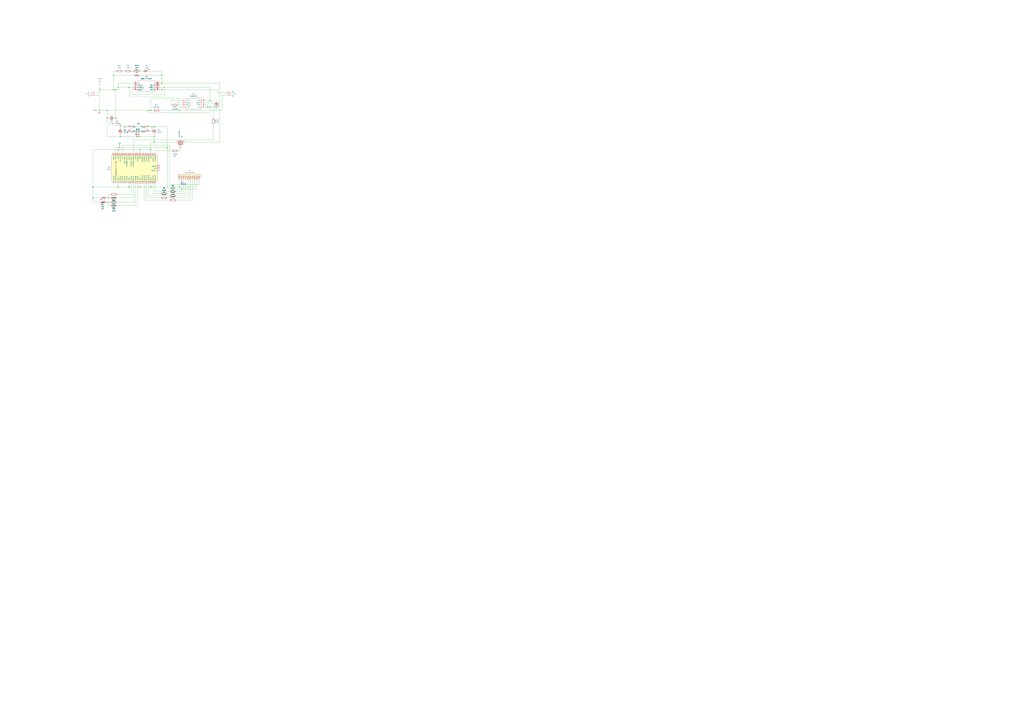
<source format=kicad_sch>
(kicad_sch (version 20230121) (generator eeschema)

  (uuid bec40a8a-6cb5-413f-b629-34b0f0badb84)

  (paper "A0")

  (lib_symbols
    (symbol "1My_library:G6S-2-DC24" (pin_names (offset 0.762)) (in_bom yes) (on_board yes)
      (property "Reference" "K" (at 10.16 6.35 0)
        (effects (font (size 1.27 1.27)) (justify left))
      )
      (property "Value" "G6S-2-DC24" (at 10.16 3.81 0)
        (effects (font (size 1.27 1.27)) (justify left))
      )
      (property "Footprint" "Library:G6S2DC12" (at 26.67 2.54 0)
        (effects (font (size 1.27 1.27)) (justify left) hide)
      )
      (property "Datasheet" "https://componentsearchengine.com/Datasheets/1/G6S-2-DC12.pdf" (at 26.67 0 0)
        (effects (font (size 1.27 1.27)) (justify left) hide)
      )
      (property "Description" "Low Signal Relays - PCB ThruHole NonLatch 2A DPDT 24VDC 140mW" (at 26.67 -2.54 0)
        (effects (font (size 1.27 1.27)) (justify left) hide)
      )
      (property "Height" "9.4" (at 26.67 -5.08 0)
        (effects (font (size 1.27 1.27)) (justify left) hide)
      )
      (property "Manufacturer_Name" "Omron Electronics" (at 26.67 -7.62 0)
        (effects (font (size 1.27 1.27)) (justify left) hide)
      )
      (property "Manufacturer_Part_Number" "G6S-2-DC24" (at 26.67 -10.16 0)
        (effects (font (size 1.27 1.27)) (justify left) hide)
      )
      (property "Mouser Part Number" "653-G6S-2-DC24" (at 26.67 -12.7 0)
        (effects (font (size 1.27 1.27)) (justify left) hide)
      )
      (property "Mouser Price/Stock" "https://www.mouser.co.uk/ProductDetail/Omron-Electronics/G6S-2-DC24?qs=Pjd0UV7BHP8mvxbMA97mrw%3D%3D" (at 26.67 -15.24 0)
        (effects (font (size 1.27 1.27)) (justify left) hide)
      )
      (property "Arrow Part Number" "" (at 26.67 -17.78 0)
        (effects (font (size 1.27 1.27)) (justify left) hide)
      )
      (property "Arrow Price/Stock" "" (at 26.67 -20.32 0)
        (effects (font (size 1.27 1.27)) (justify left) hide)
      )
      (property "ki_description" "Low Signal Relays - PCB ThruHole NonLatch 2A DPDT 24VDC 140mW" (at 0 0 0)
        (effects (font (size 1.27 1.27)) hide)
      )
      (symbol "G6S-2-DC24_0_0"
        (pin passive line (at 0 0 0) (length 5.08)
          (name "+" (effects (font (size 1.27 1.27))))
          (number "1" (effects (font (size 1.27 1.27))))
        )
        (pin passive line (at 30.48 -2.54 180) (length 5.08)
          (name "NC_2" (effects (font (size 1.27 1.27))))
          (number "10" (effects (font (size 1.27 1.27))))
        )
        (pin passive line (at 30.48 0 180) (length 5.08)
          (name "-" (effects (font (size 1.27 1.27))))
          (number "12" (effects (font (size 1.27 1.27))))
        )
        (pin passive line (at 0 -2.54 0) (length 5.08)
          (name "NC_1" (effects (font (size 1.27 1.27))))
          (number "3" (effects (font (size 1.27 1.27))))
        )
        (pin passive line (at 0 -5.08 0) (length 5.08)
          (name "COM_1" (effects (font (size 1.27 1.27))))
          (number "4" (effects (font (size 1.27 1.27))))
        )
        (pin passive line (at 0 -7.62 0) (length 5.08)
          (name "NO_1" (effects (font (size 1.27 1.27))))
          (number "5" (effects (font (size 1.27 1.27))))
        )
        (pin passive line (at 30.48 -7.62 180) (length 5.08)
          (name "NO_2" (effects (font (size 1.27 1.27))))
          (number "8" (effects (font (size 1.27 1.27))))
        )
        (pin passive line (at 30.48 -5.08 180) (length 5.08)
          (name "COM_2" (effects (font (size 1.27 1.27))))
          (number "9" (effects (font (size 1.27 1.27))))
        )
      )
      (symbol "G6S-2-DC24_0_1"
        (polyline
          (pts
            (xy 5.08 2.54)
            (xy 25.4 2.54)
            (xy 25.4 -10.16)
            (xy 5.08 -10.16)
            (xy 5.08 2.54)
          )
          (stroke (width 0.1524) (type solid))
          (fill (type none))
        )
      )
    )
    (symbol "1My_library:INA826AID" (pin_names (offset 0.762)) (in_bom yes) (on_board yes)
      (property "Reference" "IC" (at 24.13 7.62 0)
        (effects (font (size 1.27 1.27)) (justify left))
      )
      (property "Value" "INA826AID" (at 24.13 5.08 0)
        (effects (font (size 1.27 1.27)) (justify left))
      )
      (property "Footprint" "SOIC127P600X175-8N" (at 24.13 2.54 0)
        (effects (font (size 1.27 1.27)) (justify left) hide)
      )
      (property "Datasheet" "http://www.ti.com/lit/gpn/ina826" (at 24.13 0 0)
        (effects (font (size 1.27 1.27)) (justify left) hide)
      )
      (property "Description" "Texas Instruments INA826AID Instrumentation Amplifier, 150uV Offset 1MHz GBW, CMMR 80dB, 2.7  36 V, 8-Pin SOIC" (at 24.13 -2.54 0)
        (effects (font (size 1.27 1.27)) (justify left) hide)
      )
      (property "Height" "1.75" (at 24.13 -5.08 0)
        (effects (font (size 1.27 1.27)) (justify left) hide)
      )
      (property "Manufacturer_Name" "Texas Instruments" (at 24.13 -7.62 0)
        (effects (font (size 1.27 1.27)) (justify left) hide)
      )
      (property "Manufacturer_Part_Number" "INA826AID" (at 24.13 -10.16 0)
        (effects (font (size 1.27 1.27)) (justify left) hide)
      )
      (property "Mouser Part Number" "595-INA826AID" (at 24.13 -12.7 0)
        (effects (font (size 1.27 1.27)) (justify left) hide)
      )
      (property "Mouser Price/Stock" "https://www.mouser.co.uk/ProductDetail/Texas-Instruments/INA826AID?qs=RqytGdBYyUH0CDtkCzl1iw%3D%3D" (at 24.13 -15.24 0)
        (effects (font (size 1.27 1.27)) (justify left) hide)
      )
      (property "Arrow Part Number" "INA826AID" (at 24.13 -17.78 0)
        (effects (font (size 1.27 1.27)) (justify left) hide)
      )
      (property "Arrow Price/Stock" "https://www.arrow.com/en/products/ina826aid/texas-instruments?region=nac" (at 24.13 -20.32 0)
        (effects (font (size 1.27 1.27)) (justify left) hide)
      )
      (property "ki_description" "Texas Instruments INA826AID Instrumentation Amplifier, 150uV Offset 1MHz GBW, CMMR 80dB, 2.7  36 V, 8-Pin SOIC" (at 0 0 0)
        (effects (font (size 1.27 1.27)) hide)
      )
      (symbol "INA826AID_0_0"
        (pin passive line (at 0 0 0) (length 5.08)
          (name "-IN" (effects (font (size 1.27 1.27))))
          (number "1" (effects (font (size 1.27 1.27))))
        )
        (pin passive line (at 0 -2.54 0) (length 5.08)
          (name "RG_1" (effects (font (size 1.27 1.27))))
          (number "2" (effects (font (size 1.27 1.27))))
        )
        (pin passive line (at 0 -5.08 0) (length 5.08)
          (name "RG_2" (effects (font (size 1.27 1.27))))
          (number "3" (effects (font (size 1.27 1.27))))
        )
        (pin passive line (at 0 -7.62 0) (length 5.08)
          (name "+IN" (effects (font (size 1.27 1.27))))
          (number "4" (effects (font (size 1.27 1.27))))
        )
        (pin passive line (at 27.94 -7.62 180) (length 5.08)
          (name "-VS" (effects (font (size 1.27 1.27))))
          (number "5" (effects (font (size 1.27 1.27))))
        )
        (pin passive line (at 27.94 -5.08 180) (length 5.08)
          (name "REF" (effects (font (size 1.27 1.27))))
          (number "6" (effects (font (size 1.27 1.27))))
        )
        (pin passive line (at 27.94 -2.54 180) (length 5.08)
          (name "VOUT" (effects (font (size 1.27 1.27))))
          (number "7" (effects (font (size 1.27 1.27))))
        )
        (pin passive line (at 27.94 0 180) (length 5.08)
          (name "+VS" (effects (font (size 1.27 1.27))))
          (number "8" (effects (font (size 1.27 1.27))))
        )
      )
      (symbol "INA826AID_0_1"
        (polyline
          (pts
            (xy 5.08 2.54)
            (xy 22.86 2.54)
            (xy 22.86 -10.16)
            (xy 5.08 -10.16)
            (xy 5.08 2.54)
          )
          (stroke (width 0.1524) (type solid))
          (fill (type none))
        )
      )
    )
    (symbol "1My_library:SVR10S05" (in_bom yes) (on_board yes)
      (property "Reference" "U" (at 0 2.54 0)
        (effects (font (size 1.27 1.27)))
      )
      (property "Value" "" (at 0 0 0)
        (effects (font (size 1.27 1.27)))
      )
      (property "Footprint" "" (at 0 0 0)
        (effects (font (size 1.27 1.27)) hide)
      )
      (property "Datasheet" "" (at 0 0 0)
        (effects (font (size 1.27 1.27)) hide)
      )
      (symbol "SVR10S05_0_1"
        (rectangle (start -7.62 1.27) (end 8.89 -6.35)
          (stroke (width 0) (type default))
          (fill (type none))
        )
      )
      (symbol "SVR10S05_1_0"
        (pin power_in line (at -12.7 0 0) (length 5.08)
          (name "+Vin" (effects (font (size 1.27 1.27))))
          (number "1" (effects (font (size 1.27 1.27))))
        )
        (pin power_in line (at -12.7 -5.08 0) (length 5.08)
          (name "+Vin" (effects (font (size 1.27 1.27))))
          (number "2" (effects (font (size 1.27 1.27))))
        )
        (pin passive line (at -1.27 -11.43 90) (length 5.08)
          (name "GND" (effects (font (size 1.27 1.27))))
          (number "3" (effects (font (size 1.27 1.27))))
        )
        (pin power_in line (at 13.97 0 180) (length 5.08)
          (name "+Vout" (effects (font (size 1.27 1.27))))
          (number "4" (effects (font (size 1.27 1.27))))
        )
        (pin power_in line (at 13.97 -5.08 180) (length 5.08)
          (name "+Vout" (effects (font (size 1.27 1.27))))
          (number "5" (effects (font (size 1.27 1.27))))
        )
        (pin passive line (at 1.27 -11.43 90) (length 5.08)
          (name "GND" (effects (font (size 1.27 1.27))))
          (number "7" (effects (font (size 1.27 1.27))))
        )
      )
    )
    (symbol "Connector:Conn_01x02_Pin" (pin_names (offset 1.016) hide) (in_bom yes) (on_board yes)
      (property "Reference" "J" (at 0 2.54 0)
        (effects (font (size 1.27 1.27)))
      )
      (property "Value" "Conn_01x02_Pin" (at 0 -5.08 0)
        (effects (font (size 1.27 1.27)))
      )
      (property "Footprint" "" (at 0 0 0)
        (effects (font (size 1.27 1.27)) hide)
      )
      (property "Datasheet" "~" (at 0 0 0)
        (effects (font (size 1.27 1.27)) hide)
      )
      (property "ki_locked" "" (at 0 0 0)
        (effects (font (size 1.27 1.27)))
      )
      (property "ki_keywords" "connector" (at 0 0 0)
        (effects (font (size 1.27 1.27)) hide)
      )
      (property "ki_description" "Generic connector, single row, 01x02, script generated" (at 0 0 0)
        (effects (font (size 1.27 1.27)) hide)
      )
      (property "ki_fp_filters" "Connector*:*_1x??_*" (at 0 0 0)
        (effects (font (size 1.27 1.27)) hide)
      )
      (symbol "Conn_01x02_Pin_1_1"
        (polyline
          (pts
            (xy 1.27 -2.54)
            (xy 0.8636 -2.54)
          )
          (stroke (width 0.1524) (type default))
          (fill (type none))
        )
        (polyline
          (pts
            (xy 1.27 0)
            (xy 0.8636 0)
          )
          (stroke (width 0.1524) (type default))
          (fill (type none))
        )
        (rectangle (start 0.8636 -2.413) (end 0 -2.667)
          (stroke (width 0.1524) (type default))
          (fill (type outline))
        )
        (rectangle (start 0.8636 0.127) (end 0 -0.127)
          (stroke (width 0.1524) (type default))
          (fill (type outline))
        )
        (pin passive line (at 5.08 0 180) (length 3.81)
          (name "Pin_1" (effects (font (size 1.27 1.27))))
          (number "1" (effects (font (size 1.27 1.27))))
        )
        (pin passive line (at 5.08 -2.54 180) (length 3.81)
          (name "Pin_2" (effects (font (size 1.27 1.27))))
          (number "2" (effects (font (size 1.27 1.27))))
        )
      )
    )
    (symbol "Connector_Generic:Conn_01x10" (pin_names (offset 1.016) hide) (in_bom yes) (on_board yes)
      (property "Reference" "J" (at 0 12.7 0)
        (effects (font (size 1.27 1.27)))
      )
      (property "Value" "Conn_01x10" (at 0 -15.24 0)
        (effects (font (size 1.27 1.27)))
      )
      (property "Footprint" "" (at 0 0 0)
        (effects (font (size 1.27 1.27)) hide)
      )
      (property "Datasheet" "~" (at 0 0 0)
        (effects (font (size 1.27 1.27)) hide)
      )
      (property "ki_keywords" "connector" (at 0 0 0)
        (effects (font (size 1.27 1.27)) hide)
      )
      (property "ki_description" "Generic connector, single row, 01x10, script generated (kicad-library-utils/schlib/autogen/connector/)" (at 0 0 0)
        (effects (font (size 1.27 1.27)) hide)
      )
      (property "ki_fp_filters" "Connector*:*_1x??_*" (at 0 0 0)
        (effects (font (size 1.27 1.27)) hide)
      )
      (symbol "Conn_01x10_1_1"
        (rectangle (start -1.27 -12.573) (end 0 -12.827)
          (stroke (width 0.1524) (type default))
          (fill (type none))
        )
        (rectangle (start -1.27 -10.033) (end 0 -10.287)
          (stroke (width 0.1524) (type default))
          (fill (type none))
        )
        (rectangle (start -1.27 -7.493) (end 0 -7.747)
          (stroke (width 0.1524) (type default))
          (fill (type none))
        )
        (rectangle (start -1.27 -4.953) (end 0 -5.207)
          (stroke (width 0.1524) (type default))
          (fill (type none))
        )
        (rectangle (start -1.27 -2.413) (end 0 -2.667)
          (stroke (width 0.1524) (type default))
          (fill (type none))
        )
        (rectangle (start -1.27 0.127) (end 0 -0.127)
          (stroke (width 0.1524) (type default))
          (fill (type none))
        )
        (rectangle (start -1.27 2.667) (end 0 2.413)
          (stroke (width 0.1524) (type default))
          (fill (type none))
        )
        (rectangle (start -1.27 5.207) (end 0 4.953)
          (stroke (width 0.1524) (type default))
          (fill (type none))
        )
        (rectangle (start -1.27 7.747) (end 0 7.493)
          (stroke (width 0.1524) (type default))
          (fill (type none))
        )
        (rectangle (start -1.27 10.287) (end 0 10.033)
          (stroke (width 0.1524) (type default))
          (fill (type none))
        )
        (rectangle (start -1.27 11.43) (end 1.27 -13.97)
          (stroke (width 0.254) (type default))
          (fill (type background))
        )
        (pin passive line (at -5.08 10.16 0) (length 3.81)
          (name "Pin_1" (effects (font (size 1.27 1.27))))
          (number "1" (effects (font (size 1.27 1.27))))
        )
        (pin passive line (at -5.08 -12.7 0) (length 3.81)
          (name "Pin_10" (effects (font (size 1.27 1.27))))
          (number "10" (effects (font (size 1.27 1.27))))
        )
        (pin passive line (at -5.08 7.62 0) (length 3.81)
          (name "Pin_2" (effects (font (size 1.27 1.27))))
          (number "2" (effects (font (size 1.27 1.27))))
        )
        (pin passive line (at -5.08 5.08 0) (length 3.81)
          (name "Pin_3" (effects (font (size 1.27 1.27))))
          (number "3" (effects (font (size 1.27 1.27))))
        )
        (pin passive line (at -5.08 2.54 0) (length 3.81)
          (name "Pin_4" (effects (font (size 1.27 1.27))))
          (number "4" (effects (font (size 1.27 1.27))))
        )
        (pin passive line (at -5.08 0 0) (length 3.81)
          (name "Pin_5" (effects (font (size 1.27 1.27))))
          (number "5" (effects (font (size 1.27 1.27))))
        )
        (pin passive line (at -5.08 -2.54 0) (length 3.81)
          (name "Pin_6" (effects (font (size 1.27 1.27))))
          (number "6" (effects (font (size 1.27 1.27))))
        )
        (pin passive line (at -5.08 -5.08 0) (length 3.81)
          (name "Pin_7" (effects (font (size 1.27 1.27))))
          (number "7" (effects (font (size 1.27 1.27))))
        )
        (pin passive line (at -5.08 -7.62 0) (length 3.81)
          (name "Pin_8" (effects (font (size 1.27 1.27))))
          (number "8" (effects (font (size 1.27 1.27))))
        )
        (pin passive line (at -5.08 -10.16 0) (length 3.81)
          (name "Pin_9" (effects (font (size 1.27 1.27))))
          (number "9" (effects (font (size 1.27 1.27))))
        )
      )
    )
    (symbol "Device:C" (pin_numbers hide) (pin_names (offset 0.254)) (in_bom yes) (on_board yes)
      (property "Reference" "C" (at 0.635 2.54 0)
        (effects (font (size 1.27 1.27)) (justify left))
      )
      (property "Value" "C" (at 0.635 -2.54 0)
        (effects (font (size 1.27 1.27)) (justify left))
      )
      (property "Footprint" "" (at 0.9652 -3.81 0)
        (effects (font (size 1.27 1.27)) hide)
      )
      (property "Datasheet" "~" (at 0 0 0)
        (effects (font (size 1.27 1.27)) hide)
      )
      (property "ki_keywords" "cap capacitor" (at 0 0 0)
        (effects (font (size 1.27 1.27)) hide)
      )
      (property "ki_description" "Unpolarized capacitor" (at 0 0 0)
        (effects (font (size 1.27 1.27)) hide)
      )
      (property "ki_fp_filters" "C_*" (at 0 0 0)
        (effects (font (size 1.27 1.27)) hide)
      )
      (symbol "C_0_1"
        (polyline
          (pts
            (xy -2.032 -0.762)
            (xy 2.032 -0.762)
          )
          (stroke (width 0.508) (type default))
          (fill (type none))
        )
        (polyline
          (pts
            (xy -2.032 0.762)
            (xy 2.032 0.762)
          )
          (stroke (width 0.508) (type default))
          (fill (type none))
        )
      )
      (symbol "C_1_1"
        (pin passive line (at 0 3.81 270) (length 2.794)
          (name "~" (effects (font (size 1.27 1.27))))
          (number "1" (effects (font (size 1.27 1.27))))
        )
        (pin passive line (at 0 -3.81 90) (length 2.794)
          (name "~" (effects (font (size 1.27 1.27))))
          (number "2" (effects (font (size 1.27 1.27))))
        )
      )
    )
    (symbol "Device:D" (pin_numbers hide) (pin_names (offset 1.016) hide) (in_bom yes) (on_board yes)
      (property "Reference" "D" (at 0 2.54 0)
        (effects (font (size 1.27 1.27)))
      )
      (property "Value" "D" (at 0 -2.54 0)
        (effects (font (size 1.27 1.27)))
      )
      (property "Footprint" "" (at 0 0 0)
        (effects (font (size 1.27 1.27)) hide)
      )
      (property "Datasheet" "~" (at 0 0 0)
        (effects (font (size 1.27 1.27)) hide)
      )
      (property "Sim.Device" "D" (at 0 0 0)
        (effects (font (size 1.27 1.27)) hide)
      )
      (property "Sim.Pins" "1=K 2=A" (at 0 0 0)
        (effects (font (size 1.27 1.27)) hide)
      )
      (property "ki_keywords" "diode" (at 0 0 0)
        (effects (font (size 1.27 1.27)) hide)
      )
      (property "ki_description" "Diode" (at 0 0 0)
        (effects (font (size 1.27 1.27)) hide)
      )
      (property "ki_fp_filters" "TO-???* *_Diode_* *SingleDiode* D_*" (at 0 0 0)
        (effects (font (size 1.27 1.27)) hide)
      )
      (symbol "D_0_1"
        (polyline
          (pts
            (xy -1.27 1.27)
            (xy -1.27 -1.27)
          )
          (stroke (width 0.254) (type default))
          (fill (type none))
        )
        (polyline
          (pts
            (xy 1.27 0)
            (xy -1.27 0)
          )
          (stroke (width 0) (type default))
          (fill (type none))
        )
        (polyline
          (pts
            (xy 1.27 1.27)
            (xy 1.27 -1.27)
            (xy -1.27 0)
            (xy 1.27 1.27)
          )
          (stroke (width 0.254) (type default))
          (fill (type none))
        )
      )
      (symbol "D_1_1"
        (pin passive line (at -3.81 0 0) (length 2.54)
          (name "K" (effects (font (size 1.27 1.27))))
          (number "1" (effects (font (size 1.27 1.27))))
        )
        (pin passive line (at 3.81 0 180) (length 2.54)
          (name "A" (effects (font (size 1.27 1.27))))
          (number "2" (effects (font (size 1.27 1.27))))
        )
      )
    )
    (symbol "Device:L" (pin_numbers hide) (pin_names (offset 1.016) hide) (in_bom yes) (on_board yes)
      (property "Reference" "L" (at -1.27 0 90)
        (effects (font (size 1.27 1.27)))
      )
      (property "Value" "L" (at 1.905 0 90)
        (effects (font (size 1.27 1.27)))
      )
      (property "Footprint" "" (at 0 0 0)
        (effects (font (size 1.27 1.27)) hide)
      )
      (property "Datasheet" "~" (at 0 0 0)
        (effects (font (size 1.27 1.27)) hide)
      )
      (property "ki_keywords" "inductor choke coil reactor magnetic" (at 0 0 0)
        (effects (font (size 1.27 1.27)) hide)
      )
      (property "ki_description" "Inductor" (at 0 0 0)
        (effects (font (size 1.27 1.27)) hide)
      )
      (property "ki_fp_filters" "Choke_* *Coil* Inductor_* L_*" (at 0 0 0)
        (effects (font (size 1.27 1.27)) hide)
      )
      (symbol "L_0_1"
        (arc (start 0 -2.54) (mid 0.6323 -1.905) (end 0 -1.27)
          (stroke (width 0) (type default))
          (fill (type none))
        )
        (arc (start 0 -1.27) (mid 0.6323 -0.635) (end 0 0)
          (stroke (width 0) (type default))
          (fill (type none))
        )
        (arc (start 0 0) (mid 0.6323 0.635) (end 0 1.27)
          (stroke (width 0) (type default))
          (fill (type none))
        )
        (arc (start 0 1.27) (mid 0.6323 1.905) (end 0 2.54)
          (stroke (width 0) (type default))
          (fill (type none))
        )
      )
      (symbol "L_1_1"
        (pin passive line (at 0 3.81 270) (length 1.27)
          (name "1" (effects (font (size 1.27 1.27))))
          (number "1" (effects (font (size 1.27 1.27))))
        )
        (pin passive line (at 0 -3.81 90) (length 1.27)
          (name "2" (effects (font (size 1.27 1.27))))
          (number "2" (effects (font (size 1.27 1.27))))
        )
      )
    )
    (symbol "Device:LED" (pin_numbers hide) (pin_names (offset 1.016) hide) (in_bom yes) (on_board yes)
      (property "Reference" "D" (at 0 2.54 0)
        (effects (font (size 1.27 1.27)))
      )
      (property "Value" "LED" (at 0 -2.54 0)
        (effects (font (size 1.27 1.27)))
      )
      (property "Footprint" "" (at 0 0 0)
        (effects (font (size 1.27 1.27)) hide)
      )
      (property "Datasheet" "~" (at 0 0 0)
        (effects (font (size 1.27 1.27)) hide)
      )
      (property "ki_keywords" "LED diode" (at 0 0 0)
        (effects (font (size 1.27 1.27)) hide)
      )
      (property "ki_description" "Light emitting diode" (at 0 0 0)
        (effects (font (size 1.27 1.27)) hide)
      )
      (property "ki_fp_filters" "LED* LED_SMD:* LED_THT:*" (at 0 0 0)
        (effects (font (size 1.27 1.27)) hide)
      )
      (symbol "LED_0_1"
        (polyline
          (pts
            (xy -1.27 -1.27)
            (xy -1.27 1.27)
          )
          (stroke (width 0.254) (type default))
          (fill (type none))
        )
        (polyline
          (pts
            (xy -1.27 0)
            (xy 1.27 0)
          )
          (stroke (width 0) (type default))
          (fill (type none))
        )
        (polyline
          (pts
            (xy 1.27 -1.27)
            (xy 1.27 1.27)
            (xy -1.27 0)
            (xy 1.27 -1.27)
          )
          (stroke (width 0.254) (type default))
          (fill (type none))
        )
        (polyline
          (pts
            (xy -3.048 -0.762)
            (xy -4.572 -2.286)
            (xy -3.81 -2.286)
            (xy -4.572 -2.286)
            (xy -4.572 -1.524)
          )
          (stroke (width 0) (type default))
          (fill (type none))
        )
        (polyline
          (pts
            (xy -1.778 -0.762)
            (xy -3.302 -2.286)
            (xy -2.54 -2.286)
            (xy -3.302 -2.286)
            (xy -3.302 -1.524)
          )
          (stroke (width 0) (type default))
          (fill (type none))
        )
      )
      (symbol "LED_1_1"
        (pin passive line (at -3.81 0 0) (length 2.54)
          (name "K" (effects (font (size 1.27 1.27))))
          (number "1" (effects (font (size 1.27 1.27))))
        )
        (pin passive line (at 3.81 0 180) (length 2.54)
          (name "A" (effects (font (size 1.27 1.27))))
          (number "2" (effects (font (size 1.27 1.27))))
        )
      )
    )
    (symbol "Device:R" (pin_numbers hide) (pin_names (offset 0)) (in_bom yes) (on_board yes)
      (property "Reference" "R" (at 2.032 0 90)
        (effects (font (size 1.27 1.27)))
      )
      (property "Value" "R" (at 0 0 90)
        (effects (font (size 1.27 1.27)))
      )
      (property "Footprint" "" (at -1.778 0 90)
        (effects (font (size 1.27 1.27)) hide)
      )
      (property "Datasheet" "~" (at 0 0 0)
        (effects (font (size 1.27 1.27)) hide)
      )
      (property "ki_keywords" "R res resistor" (at 0 0 0)
        (effects (font (size 1.27 1.27)) hide)
      )
      (property "ki_description" "Resistor" (at 0 0 0)
        (effects (font (size 1.27 1.27)) hide)
      )
      (property "ki_fp_filters" "R_*" (at 0 0 0)
        (effects (font (size 1.27 1.27)) hide)
      )
      (symbol "R_0_1"
        (rectangle (start -1.016 -2.54) (end 1.016 2.54)
          (stroke (width 0.254) (type default))
          (fill (type none))
        )
      )
      (symbol "R_1_1"
        (pin passive line (at 0 3.81 270) (length 1.27)
          (name "~" (effects (font (size 1.27 1.27))))
          (number "1" (effects (font (size 1.27 1.27))))
        )
        (pin passive line (at 0 -3.81 90) (length 1.27)
          (name "~" (effects (font (size 1.27 1.27))))
          (number "2" (effects (font (size 1.27 1.27))))
        )
      )
    )
    (symbol "MCU_RaspberryPi_and_Boards:Pico" (in_bom yes) (on_board yes)
      (property "Reference" "U" (at -13.97 27.94 0)
        (effects (font (size 1.27 1.27)))
      )
      (property "Value" "Pico" (at 0 19.05 0)
        (effects (font (size 1.27 1.27)))
      )
      (property "Footprint" "RPi_Pico:RPi_Pico_SMD_TH" (at 0 0 90)
        (effects (font (size 1.27 1.27)) hide)
      )
      (property "Datasheet" "" (at 0 0 0)
        (effects (font (size 1.27 1.27)) hide)
      )
      (symbol "Pico_0_0"
        (text "Raspberry Pi Pico" (at 0 21.59 0)
          (effects (font (size 1.27 1.27)))
        )
      )
      (symbol "Pico_0_1"
        (rectangle (start -15.24 26.67) (end 15.24 -26.67)
          (stroke (width 0) (type default))
          (fill (type background))
        )
      )
      (symbol "Pico_1_1"
        (pin bidirectional line (at -17.78 24.13 0) (length 2.54)
          (name "GPIO0" (effects (font (size 1.27 1.27))))
          (number "1" (effects (font (size 1.27 1.27))))
        )
        (pin bidirectional line (at -17.78 1.27 0) (length 2.54)
          (name "GPIO7" (effects (font (size 1.27 1.27))))
          (number "10" (effects (font (size 1.27 1.27))))
        )
        (pin bidirectional line (at -17.78 -1.27 0) (length 2.54)
          (name "GPIO8" (effects (font (size 1.27 1.27))))
          (number "11" (effects (font (size 1.27 1.27))))
        )
        (pin bidirectional line (at -17.78 -3.81 0) (length 2.54)
          (name "GPIO9" (effects (font (size 1.27 1.27))))
          (number "12" (effects (font (size 1.27 1.27))))
        )
        (pin power_in line (at -17.78 -6.35 0) (length 2.54)
          (name "GND" (effects (font (size 1.27 1.27))))
          (number "13" (effects (font (size 1.27 1.27))))
        )
        (pin bidirectional line (at -17.78 -8.89 0) (length 2.54)
          (name "GPIO10" (effects (font (size 1.27 1.27))))
          (number "14" (effects (font (size 1.27 1.27))))
        )
        (pin bidirectional line (at -17.78 -11.43 0) (length 2.54)
          (name "GPIO11" (effects (font (size 1.27 1.27))))
          (number "15" (effects (font (size 1.27 1.27))))
        )
        (pin bidirectional line (at -17.78 -13.97 0) (length 2.54)
          (name "GPIO12" (effects (font (size 1.27 1.27))))
          (number "16" (effects (font (size 1.27 1.27))))
        )
        (pin bidirectional line (at -17.78 -16.51 0) (length 2.54)
          (name "GPIO13" (effects (font (size 1.27 1.27))))
          (number "17" (effects (font (size 1.27 1.27))))
        )
        (pin power_in line (at -17.78 -19.05 0) (length 2.54)
          (name "GND" (effects (font (size 1.27 1.27))))
          (number "18" (effects (font (size 1.27 1.27))))
        )
        (pin bidirectional line (at -17.78 -21.59 0) (length 2.54)
          (name "GPIO14" (effects (font (size 1.27 1.27))))
          (number "19" (effects (font (size 1.27 1.27))))
        )
        (pin bidirectional line (at -17.78 21.59 0) (length 2.54)
          (name "GPIO1" (effects (font (size 1.27 1.27))))
          (number "2" (effects (font (size 1.27 1.27))))
        )
        (pin bidirectional line (at -17.78 -24.13 0) (length 2.54)
          (name "GPIO15" (effects (font (size 1.27 1.27))))
          (number "20" (effects (font (size 1.27 1.27))))
        )
        (pin bidirectional line (at 17.78 -24.13 180) (length 2.54)
          (name "GPIO16" (effects (font (size 1.27 1.27))))
          (number "21" (effects (font (size 1.27 1.27))))
        )
        (pin bidirectional line (at 17.78 -21.59 180) (length 2.54)
          (name "GPIO17" (effects (font (size 1.27 1.27))))
          (number "22" (effects (font (size 1.27 1.27))))
        )
        (pin power_in line (at 17.78 -19.05 180) (length 2.54)
          (name "GND" (effects (font (size 1.27 1.27))))
          (number "23" (effects (font (size 1.27 1.27))))
        )
        (pin bidirectional line (at 17.78 -16.51 180) (length 2.54)
          (name "GPIO18" (effects (font (size 1.27 1.27))))
          (number "24" (effects (font (size 1.27 1.27))))
        )
        (pin bidirectional line (at 17.78 -13.97 180) (length 2.54)
          (name "GPIO19" (effects (font (size 1.27 1.27))))
          (number "25" (effects (font (size 1.27 1.27))))
        )
        (pin bidirectional line (at 17.78 -11.43 180) (length 2.54)
          (name "GPIO20" (effects (font (size 1.27 1.27))))
          (number "26" (effects (font (size 1.27 1.27))))
        )
        (pin bidirectional line (at 17.78 -8.89 180) (length 2.54)
          (name "GPIO21" (effects (font (size 1.27 1.27))))
          (number "27" (effects (font (size 1.27 1.27))))
        )
        (pin power_in line (at 17.78 -6.35 180) (length 2.54)
          (name "GND" (effects (font (size 1.27 1.27))))
          (number "28" (effects (font (size 1.27 1.27))))
        )
        (pin bidirectional line (at 17.78 -3.81 180) (length 2.54)
          (name "GPIO22" (effects (font (size 1.27 1.27))))
          (number "29" (effects (font (size 1.27 1.27))))
        )
        (pin power_in line (at -17.78 19.05 0) (length 2.54)
          (name "GND" (effects (font (size 1.27 1.27))))
          (number "3" (effects (font (size 1.27 1.27))))
        )
        (pin input line (at 17.78 -1.27 180) (length 2.54)
          (name "RUN" (effects (font (size 1.27 1.27))))
          (number "30" (effects (font (size 1.27 1.27))))
        )
        (pin bidirectional line (at 17.78 1.27 180) (length 2.54)
          (name "GPIO26_ADC0" (effects (font (size 1.27 1.27))))
          (number "31" (effects (font (size 1.27 1.27))))
        )
        (pin bidirectional line (at 17.78 3.81 180) (length 2.54)
          (name "GPIO27_ADC1" (effects (font (size 1.27 1.27))))
          (number "32" (effects (font (size 1.27 1.27))))
        )
        (pin power_in line (at 17.78 6.35 180) (length 2.54)
          (name "AGND" (effects (font (size 1.27 1.27))))
          (number "33" (effects (font (size 1.27 1.27))))
        )
        (pin bidirectional line (at 17.78 8.89 180) (length 2.54)
          (name "GPIO28_ADC2" (effects (font (size 1.27 1.27))))
          (number "34" (effects (font (size 1.27 1.27))))
        )
        (pin power_in line (at 17.78 11.43 180) (length 2.54)
          (name "ADC_VREF" (effects (font (size 1.27 1.27))))
          (number "35" (effects (font (size 1.27 1.27))))
        )
        (pin power_in line (at 17.78 13.97 180) (length 2.54)
          (name "3V3" (effects (font (size 1.27 1.27))))
          (number "36" (effects (font (size 1.27 1.27))))
        )
        (pin input line (at 17.78 16.51 180) (length 2.54)
          (name "3V3_EN" (effects (font (size 1.27 1.27))))
          (number "37" (effects (font (size 1.27 1.27))))
        )
        (pin bidirectional line (at 17.78 19.05 180) (length 2.54)
          (name "GND" (effects (font (size 1.27 1.27))))
          (number "38" (effects (font (size 1.27 1.27))))
        )
        (pin power_in line (at 17.78 21.59 180) (length 2.54)
          (name "VSYS" (effects (font (size 1.27 1.27))))
          (number "39" (effects (font (size 1.27 1.27))))
        )
        (pin bidirectional line (at -17.78 16.51 0) (length 2.54)
          (name "GPIO2" (effects (font (size 1.27 1.27))))
          (number "4" (effects (font (size 1.27 1.27))))
        )
        (pin power_in line (at 17.78 24.13 180) (length 2.54)
          (name "VBUS" (effects (font (size 1.27 1.27))))
          (number "40" (effects (font (size 1.27 1.27))))
        )
        (pin input line (at -2.54 -29.21 90) (length 2.54)
          (name "SWCLK" (effects (font (size 1.27 1.27))))
          (number "41" (effects (font (size 1.27 1.27))))
        )
        (pin power_in line (at 0 -29.21 90) (length 2.54)
          (name "GND" (effects (font (size 1.27 1.27))))
          (number "42" (effects (font (size 1.27 1.27))))
        )
        (pin bidirectional line (at 2.54 -29.21 90) (length 2.54)
          (name "SWDIO" (effects (font (size 1.27 1.27))))
          (number "43" (effects (font (size 1.27 1.27))))
        )
        (pin bidirectional line (at -17.78 13.97 0) (length 2.54)
          (name "GPIO3" (effects (font (size 1.27 1.27))))
          (number "5" (effects (font (size 1.27 1.27))))
        )
        (pin bidirectional line (at -17.78 11.43 0) (length 2.54)
          (name "GPIO4" (effects (font (size 1.27 1.27))))
          (number "6" (effects (font (size 1.27 1.27))))
        )
        (pin bidirectional line (at -17.78 8.89 0) (length 2.54)
          (name "GPIO5" (effects (font (size 1.27 1.27))))
          (number "7" (effects (font (size 1.27 1.27))))
        )
        (pin power_in line (at -17.78 6.35 0) (length 2.54)
          (name "GND" (effects (font (size 1.27 1.27))))
          (number "8" (effects (font (size 1.27 1.27))))
        )
        (pin bidirectional line (at -17.78 3.81 0) (length 2.54)
          (name "GPIO6" (effects (font (size 1.27 1.27))))
          (number "9" (effects (font (size 1.27 1.27))))
        )
      )
    )
    (symbol "Transistor_FET:AO3400A" (pin_names hide) (in_bom yes) (on_board yes)
      (property "Reference" "Q" (at 5.08 1.905 0)
        (effects (font (size 1.27 1.27)) (justify left))
      )
      (property "Value" "AO3400A" (at 5.08 0 0)
        (effects (font (size 1.27 1.27)) (justify left))
      )
      (property "Footprint" "Package_TO_SOT_SMD:SOT-23" (at 5.08 -1.905 0)
        (effects (font (size 1.27 1.27) italic) (justify left) hide)
      )
      (property "Datasheet" "http://www.aosmd.com/pdfs/datasheet/AO3400A.pdf" (at 0 0 0)
        (effects (font (size 1.27 1.27)) (justify left) hide)
      )
      (property "ki_keywords" "N-Channel MOSFET" (at 0 0 0)
        (effects (font (size 1.27 1.27)) hide)
      )
      (property "ki_description" "30V Vds, 5.7A Id, N-Channel MOSFET, SOT-23" (at 0 0 0)
        (effects (font (size 1.27 1.27)) hide)
      )
      (property "ki_fp_filters" "SOT?23*" (at 0 0 0)
        (effects (font (size 1.27 1.27)) hide)
      )
      (symbol "AO3400A_0_1"
        (polyline
          (pts
            (xy 0.254 0)
            (xy -2.54 0)
          )
          (stroke (width 0) (type default))
          (fill (type none))
        )
        (polyline
          (pts
            (xy 0.254 1.905)
            (xy 0.254 -1.905)
          )
          (stroke (width 0.254) (type default))
          (fill (type none))
        )
        (polyline
          (pts
            (xy 0.762 -1.27)
            (xy 0.762 -2.286)
          )
          (stroke (width 0.254) (type default))
          (fill (type none))
        )
        (polyline
          (pts
            (xy 0.762 0.508)
            (xy 0.762 -0.508)
          )
          (stroke (width 0.254) (type default))
          (fill (type none))
        )
        (polyline
          (pts
            (xy 0.762 2.286)
            (xy 0.762 1.27)
          )
          (stroke (width 0.254) (type default))
          (fill (type none))
        )
        (polyline
          (pts
            (xy 2.54 2.54)
            (xy 2.54 1.778)
          )
          (stroke (width 0) (type default))
          (fill (type none))
        )
        (polyline
          (pts
            (xy 2.54 -2.54)
            (xy 2.54 0)
            (xy 0.762 0)
          )
          (stroke (width 0) (type default))
          (fill (type none))
        )
        (polyline
          (pts
            (xy 0.762 -1.778)
            (xy 3.302 -1.778)
            (xy 3.302 1.778)
            (xy 0.762 1.778)
          )
          (stroke (width 0) (type default))
          (fill (type none))
        )
        (polyline
          (pts
            (xy 1.016 0)
            (xy 2.032 0.381)
            (xy 2.032 -0.381)
            (xy 1.016 0)
          )
          (stroke (width 0) (type default))
          (fill (type outline))
        )
        (polyline
          (pts
            (xy 2.794 0.508)
            (xy 2.921 0.381)
            (xy 3.683 0.381)
            (xy 3.81 0.254)
          )
          (stroke (width 0) (type default))
          (fill (type none))
        )
        (polyline
          (pts
            (xy 3.302 0.381)
            (xy 2.921 -0.254)
            (xy 3.683 -0.254)
            (xy 3.302 0.381)
          )
          (stroke (width 0) (type default))
          (fill (type none))
        )
        (circle (center 1.651 0) (radius 2.794)
          (stroke (width 0.254) (type default))
          (fill (type none))
        )
        (circle (center 2.54 -1.778) (radius 0.254)
          (stroke (width 0) (type default))
          (fill (type outline))
        )
        (circle (center 2.54 1.778) (radius 0.254)
          (stroke (width 0) (type default))
          (fill (type outline))
        )
      )
      (symbol "AO3400A_1_1"
        (pin input line (at -5.08 0 0) (length 2.54)
          (name "G" (effects (font (size 1.27 1.27))))
          (number "1" (effects (font (size 1.27 1.27))))
        )
        (pin passive line (at 2.54 -5.08 90) (length 2.54)
          (name "S" (effects (font (size 1.27 1.27))))
          (number "2" (effects (font (size 1.27 1.27))))
        )
        (pin passive line (at 2.54 5.08 270) (length 2.54)
          (name "D" (effects (font (size 1.27 1.27))))
          (number "3" (effects (font (size 1.27 1.27))))
        )
      )
    )
    (symbol "power:+24V" (power) (pin_names (offset 0)) (in_bom yes) (on_board yes)
      (property "Reference" "#PWR" (at 0 -3.81 0)
        (effects (font (size 1.27 1.27)) hide)
      )
      (property "Value" "+24V" (at 0 3.556 0)
        (effects (font (size 1.27 1.27)))
      )
      (property "Footprint" "" (at 0 0 0)
        (effects (font (size 1.27 1.27)) hide)
      )
      (property "Datasheet" "" (at 0 0 0)
        (effects (font (size 1.27 1.27)) hide)
      )
      (property "ki_keywords" "global power" (at 0 0 0)
        (effects (font (size 1.27 1.27)) hide)
      )
      (property "ki_description" "Power symbol creates a global label with name \"+24V\"" (at 0 0 0)
        (effects (font (size 1.27 1.27)) hide)
      )
      (symbol "+24V_0_1"
        (polyline
          (pts
            (xy -0.762 1.27)
            (xy 0 2.54)
          )
          (stroke (width 0) (type default))
          (fill (type none))
        )
        (polyline
          (pts
            (xy 0 0)
            (xy 0 2.54)
          )
          (stroke (width 0) (type default))
          (fill (type none))
        )
        (polyline
          (pts
            (xy 0 2.54)
            (xy 0.762 1.27)
          )
          (stroke (width 0) (type default))
          (fill (type none))
        )
      )
      (symbol "+24V_1_1"
        (pin power_in line (at 0 0 90) (length 0) hide
          (name "+24V" (effects (font (size 1.27 1.27))))
          (number "1" (effects (font (size 1.27 1.27))))
        )
      )
    )
    (symbol "power:+5V" (power) (pin_names (offset 0)) (in_bom yes) (on_board yes)
      (property "Reference" "#PWR" (at 0 -3.81 0)
        (effects (font (size 1.27 1.27)) hide)
      )
      (property "Value" "+5V" (at 0 3.556 0)
        (effects (font (size 1.27 1.27)))
      )
      (property "Footprint" "" (at 0 0 0)
        (effects (font (size 1.27 1.27)) hide)
      )
      (property "Datasheet" "" (at 0 0 0)
        (effects (font (size 1.27 1.27)) hide)
      )
      (property "ki_keywords" "global power" (at 0 0 0)
        (effects (font (size 1.27 1.27)) hide)
      )
      (property "ki_description" "Power symbol creates a global label with name \"+5V\"" (at 0 0 0)
        (effects (font (size 1.27 1.27)) hide)
      )
      (symbol "+5V_0_1"
        (polyline
          (pts
            (xy -0.762 1.27)
            (xy 0 2.54)
          )
          (stroke (width 0) (type default))
          (fill (type none))
        )
        (polyline
          (pts
            (xy 0 0)
            (xy 0 2.54)
          )
          (stroke (width 0) (type default))
          (fill (type none))
        )
        (polyline
          (pts
            (xy 0 2.54)
            (xy 0.762 1.27)
          )
          (stroke (width 0) (type default))
          (fill (type none))
        )
      )
      (symbol "+5V_1_1"
        (pin power_in line (at 0 0 90) (length 0) hide
          (name "+5V" (effects (font (size 1.27 1.27))))
          (number "1" (effects (font (size 1.27 1.27))))
        )
      )
    )
    (symbol "power:GND" (power) (pin_names (offset 0)) (in_bom yes) (on_board yes)
      (property "Reference" "#PWR" (at 0 -6.35 0)
        (effects (font (size 1.27 1.27)) hide)
      )
      (property "Value" "GND" (at 0 -3.81 0)
        (effects (font (size 1.27 1.27)))
      )
      (property "Footprint" "" (at 0 0 0)
        (effects (font (size 1.27 1.27)) hide)
      )
      (property "Datasheet" "" (at 0 0 0)
        (effects (font (size 1.27 1.27)) hide)
      )
      (property "ki_keywords" "global power" (at 0 0 0)
        (effects (font (size 1.27 1.27)) hide)
      )
      (property "ki_description" "Power symbol creates a global label with name \"GND\" , ground" (at 0 0 0)
        (effects (font (size 1.27 1.27)) hide)
      )
      (symbol "GND_0_1"
        (polyline
          (pts
            (xy 0 0)
            (xy 0 -1.27)
            (xy 1.27 -1.27)
            (xy 0 -2.54)
            (xy -1.27 -1.27)
            (xy 0 -1.27)
          )
          (stroke (width 0) (type default))
          (fill (type none))
        )
      )
      (symbol "GND_1_1"
        (pin power_in line (at 0 0 270) (length 0) hide
          (name "GND" (effects (font (size 1.27 1.27))))
          (number "1" (effects (font (size 1.27 1.27))))
        )
      )
    )
  )

  (junction (at 194.31 171.45) (diameter 0) (color 0 0 0 0)
    (uuid 02566e2e-458a-4a59-905b-337838297da8)
  )
  (junction (at 241.3 124.46) (diameter 0) (color 0 0 0 0)
    (uuid 07481563-0fc2-4fed-b32e-1aec5f5cb16d)
  )
  (junction (at 162.56 173.99) (diameter 0) (color 0 0 0 0)
    (uuid 0bc75b8a-df39-4b66-8784-8f0cd7b3e133)
  )
  (junction (at 210.82 219.71) (diameter 0) (color 0 0 0 0)
    (uuid 0d0a5d8f-3d83-47cb-aa95-db87aa4e74fd)
  )
  (junction (at 115.57 128.27) (diameter 0) (color 0 0 0 0)
    (uuid 141b1512-9df5-44a2-bbe7-069260c3ac4f)
  )
  (junction (at 187.96 87.63) (diameter 0) (color 0 0 0 0)
    (uuid 1d058c71-f853-4fcc-9871-fc1f59ec273f)
  )
  (junction (at 149.86 217.17) (diameter 0) (color 0 0 0 0)
    (uuid 227be8d0-d022-47db-a174-7c6033da68d8)
  )
  (junction (at 158.75 158.75) (diameter 0) (color 0 0 0 0)
    (uuid 2676609b-6813-437c-b7b5-d0d81cbc004d)
  )
  (junction (at 107.95 229.87) (diameter 0) (color 0 0 0 0)
    (uuid 313a60dc-09ed-44a0-9e42-7c77a173929b)
  )
  (junction (at 175.26 173.99) (diameter 0) (color 0 0 0 0)
    (uuid 3829feea-1816-4c0c-9741-c6d7ee881c2f)
  )
  (junction (at 162.56 217.17) (diameter 0) (color 0 0 0 0)
    (uuid 4408bbaa-fc1d-43cf-968c-99d609961d63)
  )
  (junction (at 139.7 158.75) (diameter 0) (color 0 0 0 0)
    (uuid 44e4e9bc-7679-48ec-8f1b-168bcfddc675)
  )
  (junction (at 187.96 104.14) (diameter 0) (color 0 0 0 0)
    (uuid 4fd9b212-139f-4668-b808-97e51b3fc95d)
  )
  (junction (at 179.07 165.1) (diameter 0) (color 0 0 0 0)
    (uuid 53d73584-28bf-45a6-8ae0-4712839d0976)
  )
  (junction (at 176.53 147.32) (diameter 0) (color 0 0 0 0)
    (uuid 547fbd14-a48d-441a-91a8-2cf42093c9cd)
  )
  (junction (at 137.16 173.99) (diameter 0) (color 0 0 0 0)
    (uuid 5d66f572-8888-48cd-a8e9-2d4b0eac4aa1)
  )
  (junction (at 208.28 217.17) (diameter 0) (color 0 0 0 0)
    (uuid 5f676d58-1697-4a44-98b5-1670b3cc0618)
  )
  (junction (at 149.86 101.6) (diameter 0) (color 0 0 0 0)
    (uuid 616d1979-2a46-40a8-bfbe-6fee2c75d98b)
  )
  (junction (at 134.62 137.16) (diameter 0) (color 0 0 0 0)
    (uuid 6b5f7d41-0e01-4463-a808-27b7d1e99bfd)
  )
  (junction (at 138.43 171.45) (diameter 0) (color 0 0 0 0)
    (uuid 721f1daa-9085-46a9-b067-eb53776e1fa5)
  )
  (junction (at 115.57 104.14) (diameter 0) (color 0 0 0 0)
    (uuid 7c05e56e-2ae9-4b54-9b10-40d53d90a92f)
  )
  (junction (at 161.29 158.75) (diameter 0) (color 0 0 0 0)
    (uuid 828da8e3-4a8a-4f44-83d4-3de480f10405)
  )
  (junction (at 124.46 128.27) (diameter 0) (color 0 0 0 0)
    (uuid 83e7e517-9b06-42e1-bb8c-96fa16d682d7)
  )
  (junction (at 243.84 116.84) (diameter 0) (color 0 0 0 0)
    (uuid 8e0e8957-4d06-415d-8135-5bb25c171b30)
  )
  (junction (at 107.95 217.17) (diameter 0) (color 0 0 0 0)
    (uuid 99e9b993-806f-4baf-af5a-4c8e54ec64ae)
  )
  (junction (at 132.08 104.14) (diameter 0) (color 0 0 0 0)
    (uuid 9f1ce157-3a96-419b-8e6c-434a9534e658)
  )
  (junction (at 175.26 128.27) (diameter 0) (color 0 0 0 0)
    (uuid a454e369-d375-47cb-ae21-f1efb06f1cea)
  )
  (junction (at 243.84 124.46) (diameter 0) (color 0 0 0 0)
    (uuid a6d03070-fb93-44e4-bc18-07912716ebbf)
  )
  (junction (at 179.07 147.32) (diameter 0) (color 0 0 0 0)
    (uuid a8cdf0fd-9048-41e7-a4ce-3cddeba3d1d2)
  )
  (junction (at 137.16 101.6) (diameter 0) (color 0 0 0 0)
    (uuid abf94731-578c-4dd1-8ad4-e1ecf76c1561)
  )
  (junction (at 187.96 96.52) (diameter 0) (color 0 0 0 0)
    (uuid b11c2949-b23e-42cf-a991-e71f074918c4)
  )
  (junction (at 144.78 147.32) (diameter 0) (color 0 0 0 0)
    (uuid bbe92afd-5a0f-43a2-9364-9a1dcbd23560)
  )
  (junction (at 124.46 137.16) (diameter 0) (color 0 0 0 0)
    (uuid c1788314-e3b0-4f06-9d81-110d5c597d95)
  )
  (junction (at 125.73 234.95) (diameter 0) (color 0 0 0 0)
    (uuid c4fed763-fee8-4acf-8e4d-9311fd6c7b86)
  )
  (junction (at 175.26 217.17) (diameter 0) (color 0 0 0 0)
    (uuid c83aacf7-e917-4a06-abda-c1100f0b9e33)
  )
  (junction (at 134.62 104.14) (diameter 0) (color 0 0 0 0)
    (uuid ce885633-6ba3-42df-acaa-4f77d157e023)
  )
  (junction (at 125.73 229.87) (diameter 0) (color 0 0 0 0)
    (uuid d49e533c-1c92-4af4-857f-fa0a4ba02123)
  )
  (junction (at 137.16 217.17) (diameter 0) (color 0 0 0 0)
    (uuid df0dd313-f9a8-413f-9721-2ca5a451f7bc)
  )
  (junction (at 132.08 87.63) (diameter 0) (color 0 0 0 0)
    (uuid e3d1ac1b-48dd-4b43-b1ba-7249c0640337)
  )
  (junction (at 190.5 101.6) (diameter 0) (color 0 0 0 0)
    (uuid e3d9807a-472c-4253-b4fc-bd95ee80cb9c)
  )
  (junction (at 208.28 128.27) (diameter 0) (color 0 0 0 0)
    (uuid ec5e7f88-1220-469b-a598-6d4d42a0e368)
  )
  (junction (at 139.7 146.05) (diameter 0) (color 0 0 0 0)
    (uuid fb7c69a6-9cdb-4577-af38-9536517adee4)
  )
  (junction (at 172.72 128.27) (diameter 0) (color 0 0 0 0)
    (uuid fc44c39a-1a9a-4a4f-a641-a308f7fa094f)
  )
  (junction (at 179.07 158.75) (diameter 0) (color 0 0 0 0)
    (uuid fc49479b-929d-4f2a-ae5a-d59d6732d539)
  )

  (wire (pts (xy 134.62 171.45) (xy 138.43 171.45))
    (stroke (width 0) (type default))
    (uuid 002d327b-d600-4f8f-94c7-ae7af7b7d63a)
  )
  (wire (pts (xy 176.53 147.32) (xy 176.53 152.4))
    (stroke (width 0) (type default))
    (uuid 01042a66-300f-4762-990a-425f476042a2)
  )
  (wire (pts (xy 175.26 128.27) (xy 177.8 128.27))
    (stroke (width 0) (type default))
    (uuid 02a8e5cc-7653-4784-a803-e2f7e41c2ba8)
  )
  (wire (pts (xy 215.9 224.79) (xy 194.31 224.79))
    (stroke (width 0) (type default))
    (uuid 045d164a-d8e6-4b76-9c28-261ade72b102)
  )
  (wire (pts (xy 214.63 165.1) (xy 255.27 165.1))
    (stroke (width 0) (type default))
    (uuid 05d2753f-f025-4baa-8b98-646b195b129c)
  )
  (wire (pts (xy 115.57 96.52) (xy 115.57 104.14))
    (stroke (width 0) (type default))
    (uuid 07fb6786-8de4-46a0-ac71-bafa8b0e5e49)
  )
  (wire (pts (xy 137.16 217.17) (xy 149.86 217.17))
    (stroke (width 0) (type default))
    (uuid 09ab27b7-ab8b-42de-8b54-931f35de5604)
  )
  (wire (pts (xy 255.27 96.52) (xy 255.27 165.1))
    (stroke (width 0) (type default))
    (uuid 0a44c9ee-fb60-4430-8bf4-6851bc2f74d3)
  )
  (wire (pts (xy 223.52 209.55) (xy 223.52 232.41))
    (stroke (width 0) (type default))
    (uuid 0a51da00-1cff-4638-904d-240bcec17123)
  )
  (wire (pts (xy 116.84 234.95) (xy 107.95 234.95))
    (stroke (width 0) (type default))
    (uuid 0e340c62-5f14-47bd-b204-a293ea8590dd)
  )
  (wire (pts (xy 208.28 209.55) (xy 208.28 217.17))
    (stroke (width 0) (type default))
    (uuid 125d30ac-667b-4796-a1c0-d2a895d26a46)
  )
  (wire (pts (xy 179.07 165.1) (xy 204.47 165.1))
    (stroke (width 0) (type default))
    (uuid 136ed543-1ec2-44ac-a168-f6512ab1f027)
  )
  (wire (pts (xy 175.26 173.99) (xy 175.26 177.8))
    (stroke (width 0) (type default))
    (uuid 1419b492-b948-4a7a-bc00-56a60cea9390)
  )
  (wire (pts (xy 241.3 121.92) (xy 241.3 124.46))
    (stroke (width 0) (type default))
    (uuid 14d424ff-b268-4e92-a7d6-c486a7e82782)
  )
  (wire (pts (xy 179.07 158.75) (xy 179.07 165.1))
    (stroke (width 0) (type default))
    (uuid 15bf40a4-b589-463d-b5b2-8241ca50eb0a)
  )
  (wire (pts (xy 147.32 152.4) (xy 144.78 152.4))
    (stroke (width 0) (type default))
    (uuid 16b3bd02-8642-48d2-8661-51f6fab0561b)
  )
  (wire (pts (xy 190.5 101.6) (xy 190.5 111.76))
    (stroke (width 0) (type default))
    (uuid 1712de09-758f-43a7-9d63-fbcaa0675152)
  )
  (wire (pts (xy 173.99 147.32) (xy 176.53 147.32))
    (stroke (width 0) (type default))
    (uuid 17628f37-cfa4-4945-b9ac-d17e2bd60272)
  )
  (wire (pts (xy 132.08 82.55) (xy 132.08 87.63))
    (stroke (width 0) (type default))
    (uuid 179b2fec-8316-44ed-9ec6-31cdcf05339a)
  )
  (wire (pts (xy 139.7 146.05) (xy 139.7 148.59))
    (stroke (width 0) (type default))
    (uuid 18b23b6b-ecb9-43d2-8dc6-f2c1efd0c74c)
  )
  (wire (pts (xy 179.07 147.32) (xy 194.31 147.32))
    (stroke (width 0) (type default))
    (uuid 18cb0b20-95f5-4d50-8689-8b9b469e41ae)
  )
  (wire (pts (xy 170.18 213.36) (xy 170.18 229.87))
    (stroke (width 0) (type default))
    (uuid 190fd8fd-34b7-4ea2-915a-ed3db5bd3814)
  )
  (wire (pts (xy 149.86 101.6) (xy 154.94 101.6))
    (stroke (width 0) (type default))
    (uuid 195db797-09e0-46e9-b803-142cc3efadfe)
  )
  (wire (pts (xy 231.14 209.55) (xy 231.14 214.63))
    (stroke (width 0) (type default))
    (uuid 19e1d422-7105-420a-a2f7-33fda50a3bf9)
  )
  (wire (pts (xy 238.76 116.84) (xy 243.84 116.84))
    (stroke (width 0) (type default))
    (uuid 1a97f7d5-6386-4e5a-86b1-ae3b469fdc78)
  )
  (wire (pts (xy 196.85 214.63) (xy 196.85 168.91))
    (stroke (width 0) (type default))
    (uuid 1ee8df3e-7cd2-4d6f-adfb-de234d282275)
  )
  (wire (pts (xy 137.16 177.8) (xy 137.16 173.99))
    (stroke (width 0) (type default))
    (uuid 218149f2-5ed7-447b-b2d3-3f58039cb591)
  )
  (wire (pts (xy 107.95 173.99) (xy 137.16 173.99))
    (stroke (width 0) (type default))
    (uuid 21a51c97-ef26-4b03-90c3-7596ca0fb06e)
  )
  (wire (pts (xy 128.27 234.95) (xy 125.73 234.95))
    (stroke (width 0) (type default))
    (uuid 226eed37-8cc9-475a-88ea-d63b0920ba6e)
  )
  (wire (pts (xy 175.26 114.3) (xy 175.26 128.27))
    (stroke (width 0) (type default))
    (uuid 22962ade-c645-46f4-b4ed-4e3e9f189719)
  )
  (wire (pts (xy 124.46 137.16) (xy 124.46 158.75))
    (stroke (width 0) (type default))
    (uuid 23d3a2a2-57ec-48e2-89c1-44cd60b496a3)
  )
  (wire (pts (xy 124.46 137.16) (xy 125.73 137.16))
    (stroke (width 0) (type default))
    (uuid 2422e7aa-75b2-4373-ad7c-6b7bbd0e37f2)
  )
  (wire (pts (xy 138.43 171.45) (xy 194.31 171.45))
    (stroke (width 0) (type default))
    (uuid 244c367b-b7ba-4651-94a6-bfeed3352ed8)
  )
  (wire (pts (xy 208.28 217.17) (xy 175.26 217.17))
    (stroke (width 0) (type default))
    (uuid 24a9ae96-0ff3-44e9-8567-df97324b69e6)
  )
  (wire (pts (xy 137.16 96.52) (xy 137.16 101.6))
    (stroke (width 0) (type default))
    (uuid 27e05b13-b70c-45ec-9a40-a2bcde0282f2)
  )
  (wire (pts (xy 115.57 128.27) (xy 124.46 128.27))
    (stroke (width 0) (type default))
    (uuid 2b3676b5-dbe0-4cd3-9427-37e625ddb722)
  )
  (wire (pts (xy 198.12 121.92) (xy 199.39 121.92))
    (stroke (width 0) (type default))
    (uuid 2ba8df1d-66d4-4b73-80fb-2aa99c8f927e)
  )
  (wire (pts (xy 196.85 227.33) (xy 172.72 227.33))
    (stroke (width 0) (type default))
    (uuid 2c865d82-09f2-4767-b00b-c28bea228c6a)
  )
  (wire (pts (xy 124.46 158.75) (xy 139.7 158.75))
    (stroke (width 0) (type default))
    (uuid 30c64c27-1e6e-480b-b746-d819872a152c)
  )
  (wire (pts (xy 262.89 110.49) (xy 257.81 110.49))
    (stroke (width 0) (type default))
    (uuid 34577390-e05d-40da-aa05-9e8fcfb6a7d9)
  )
  (wire (pts (xy 124.46 128.27) (xy 124.46 137.16))
    (stroke (width 0) (type default))
    (uuid 35386982-76f1-4991-9f0f-e33326761f02)
  )
  (wire (pts (xy 110.49 107.95) (xy 115.57 107.95))
    (stroke (width 0) (type default))
    (uuid 3582a69e-9873-465c-9fee-8607f8fb2062)
  )
  (wire (pts (xy 172.72 130.81) (xy 172.72 128.27))
    (stroke (width 0) (type default))
    (uuid 3bc15426-238b-4343-aa9b-2cd142f70779)
  )
  (wire (pts (xy 144.78 152.4) (xy 144.78 147.32))
    (stroke (width 0) (type default))
    (uuid 3dcdb34d-48d2-4d73-8b99-87e200bd5411)
  )
  (wire (pts (xy 158.75 158.75) (xy 161.29 158.75))
    (stroke (width 0) (type default))
    (uuid 41a403ff-d703-4e66-b7ce-ed68dae707e3)
  )
  (wire (pts (xy 198.12 116.84) (xy 198.12 121.92))
    (stroke (width 0) (type default))
    (uuid 43a397c7-a559-40fe-af1e-f15e72b306c3)
  )
  (wire (pts (xy 152.4 226.06) (xy 135.89 226.06))
    (stroke (width 0) (type default))
    (uuid 45bb62fd-4760-4e73-9ebb-e7a6fae4656c)
  )
  (wire (pts (xy 243.84 116.84) (xy 243.84 101.6))
    (stroke (width 0) (type default))
    (uuid 4634a7e7-a9db-4dd8-a283-686c9ae8b435)
  )
  (wire (pts (xy 152.4 82.55) (xy 154.94 82.55))
    (stroke (width 0) (type default))
    (uuid 469292b9-5a31-47f5-82f0-dd80c46cb7ae)
  )
  (wire (pts (xy 180.34 213.36) (xy 180.34 222.25))
    (stroke (width 0) (type default))
    (uuid 47b9d288-01fb-4b34-a4e3-878406e76622)
  )
  (wire (pts (xy 186.69 224.79) (xy 177.8 224.79))
    (stroke (width 0) (type default))
    (uuid 4e0ea560-6db7-4227-a1ba-d912a6d8de9c)
  )
  (wire (pts (xy 128.27 229.87) (xy 125.73 229.87))
    (stroke (width 0) (type default))
    (uuid 50d34366-c08d-42f1-be9b-79692f7e1d7b)
  )
  (wire (pts (xy 137.16 217.17) (xy 137.16 213.36))
    (stroke (width 0) (type default))
    (uuid 536669f6-dbfe-434b-94a1-fd0da0e96510)
  )
  (wire (pts (xy 207.01 116.84) (xy 207.01 119.38))
    (stroke (width 0) (type default))
    (uuid 54f45c5f-9e60-4c1c-965d-7089adecfb71)
  )
  (wire (pts (xy 175.26 165.1) (xy 179.07 165.1))
    (stroke (width 0) (type default))
    (uuid 56ec7bb7-acf2-44bb-ae1b-d1798ebab95c)
  )
  (wire (pts (xy 187.96 96.52) (xy 185.42 96.52))
    (stroke (width 0) (type default))
    (uuid 574f12e5-2840-42dc-80f7-475d2b182848)
  )
  (wire (pts (xy 172.72 82.55) (xy 187.96 82.55))
    (stroke (width 0) (type default))
    (uuid 58e67525-efc3-4b24-b81d-e8b39aaf2530)
  )
  (wire (pts (xy 209.55 175.26) (xy 209.55 172.72))
    (stroke (width 0) (type default))
    (uuid 590df0d9-f506-419f-a36c-7648cb3c44c6)
  )
  (wire (pts (xy 134.62 104.14) (xy 137.16 104.14))
    (stroke (width 0) (type default))
    (uuid 5a4eee29-24a3-4e9e-b211-73bababef077)
  )
  (wire (pts (xy 207.01 119.38) (xy 210.82 119.38))
    (stroke (width 0) (type default))
    (uuid 5c11bc87-9569-4fb0-9158-259d291875f0)
  )
  (wire (pts (xy 196.85 168.91) (xy 142.24 168.91))
    (stroke (width 0) (type default))
    (uuid 5cdd2df0-7839-4bee-840b-eb596f0d51c5)
  )
  (wire (pts (xy 142.24 168.91) (xy 142.24 177.8))
    (stroke (width 0) (type default))
    (uuid 5d264ed6-903e-43c9-b818-0547828d55ee)
  )
  (wire (pts (xy 152.4 109.22) (xy 187.96 109.22))
    (stroke (width 0) (type default))
    (uuid 5e5ca216-119d-47b3-bdda-0d2a9bae831a)
  )
  (wire (pts (xy 196.85 232.41) (xy 167.64 232.41))
    (stroke (width 0) (type default))
    (uuid 61b269b0-67f6-4249-a3be-946209c5d103)
  )
  (wire (pts (xy 247.65 144.78) (xy 247.65 162.56))
    (stroke (width 0) (type default))
    (uuid 626edd44-0fd8-4f6e-9d13-5a247d272511)
  )
  (wire (pts (xy 162.56 217.17) (xy 175.26 217.17))
    (stroke (width 0) (type default))
    (uuid 6421f389-8ea8-460d-810c-977f18f56708)
  )
  (wire (pts (xy 247.65 119.38) (xy 247.65 137.16))
    (stroke (width 0) (type default))
    (uuid 649700d0-bbb0-4f0b-be81-19d02e68df10)
  )
  (wire (pts (xy 172.72 128.27) (xy 175.26 128.27))
    (stroke (width 0) (type default))
    (uuid 65191fd8-80da-4a09-93cc-23284892f00c)
  )
  (wire (pts (xy 132.08 87.63) (xy 132.08 104.14))
    (stroke (width 0) (type default))
    (uuid 677630e5-78f9-40f4-8eb0-4669c060c7a7)
  )
  (wire (pts (xy 135.89 229.87) (xy 154.94 229.87))
    (stroke (width 0) (type default))
    (uuid 68391bf3-6562-45c5-9809-b88f4f2b9af2)
  )
  (wire (pts (xy 125.73 229.87) (xy 124.46 229.87))
    (stroke (width 0) (type default))
    (uuid 6852c804-7a50-4f28-845f-e563ec97fdad)
  )
  (wire (pts (xy 177.8 224.79) (xy 177.8 213.36))
    (stroke (width 0) (type default))
    (uuid 69dcb0d3-032f-46b5-91cb-012473833896)
  )
  (wire (pts (xy 107.95 229.87) (xy 116.84 229.87))
    (stroke (width 0) (type default))
    (uuid 6a57ab9d-1a28-4221-a694-7bee0dc98224)
  )
  (wire (pts (xy 210.82 116.84) (xy 208.28 116.84))
    (stroke (width 0) (type default))
    (uuid 6c50d7d4-be0b-40fa-a4a8-e2cb36517946)
  )
  (wire (pts (xy 149.86 111.76) (xy 149.86 101.6))
    (stroke (width 0) (type default))
    (uuid 6cb37e7f-639f-40ea-b05a-e1b94f151d09)
  )
  (wire (pts (xy 187.96 82.55) (xy 187.96 87.63))
    (stroke (width 0) (type default))
    (uuid 6ecc4eb3-8271-4760-961e-12ba04daa4b2)
  )
  (wire (pts (xy 190.5 111.76) (xy 149.86 111.76))
    (stroke (width 0) (type default))
    (uuid 6fe0a32d-9707-4043-8b17-5c36b7c1a389)
  )
  (wire (pts (xy 218.44 209.55) (xy 218.44 227.33))
    (stroke (width 0) (type default))
    (uuid 70bb62f0-ac29-4efb-98b7-a7c715cb1459)
  )
  (wire (pts (xy 134.62 137.16) (xy 134.62 138.43))
    (stroke (width 0) (type default))
    (uuid 77d4ab8a-49ab-4a8b-b82e-965452634fe5)
  )
  (wire (pts (xy 125.73 234.95) (xy 124.46 234.95))
    (stroke (width 0) (type default))
    (uuid 783d3f24-2232-41ce-9066-494b0ff66c7d)
  )
  (wire (pts (xy 154.94 229.87) (xy 154.94 213.36))
    (stroke (width 0) (type default))
    (uuid 78c95320-8b3a-4aca-8c69-7eb4282c6da5)
  )
  (wire (pts (xy 194.31 219.71) (xy 210.82 219.71))
    (stroke (width 0) (type default))
    (uuid 79a2e37a-c5e5-4d23-8199-2bd0d2f098b6)
  )
  (wire (pts (xy 175.26 217.17) (xy 175.26 213.36))
    (stroke (width 0) (type default))
    (uuid 7c2c19b2-3c56-45ae-b750-eb3f4acd4a23)
  )
  (wire (pts (xy 154.94 96.52) (xy 137.16 96.52))
    (stroke (width 0) (type default))
    (uuid 7de19a7e-4b8a-4d11-b3bb-ca420cb09328)
  )
  (wire (pts (xy 187.96 104.14) (xy 185.42 104.14))
    (stroke (width 0) (type default))
    (uuid 7de44ab2-5355-4e46-bb89-676d6c5df43d)
  )
  (wire (pts (xy 125.73 226.06) (xy 125.73 229.87))
    (stroke (width 0) (type default))
    (uuid 82ea5331-7460-42fa-a00d-a61dc4a458e1)
  )
  (wire (pts (xy 238.76 119.38) (xy 247.65 119.38))
    (stroke (width 0) (type default))
    (uuid 835260cc-1a8f-4cb4-852a-46d67f9c29b8)
  )
  (wire (pts (xy 243.84 124.46) (xy 243.84 130.81))
    (stroke (width 0) (type default))
    (uuid 84847504-125a-462f-af89-b27811394f24)
  )
  (wire (pts (xy 133.35 137.16) (xy 134.62 137.16))
    (stroke (width 0) (type default))
    (uuid 8584aaa1-259f-4d7e-8039-decf39b8fbb1)
  )
  (wire (pts (xy 218.44 227.33) (xy 204.47 227.33))
    (stroke (width 0) (type default))
    (uuid 861cda09-fadd-4c5c-8436-f36dbeda6aba)
  )
  (wire (pts (xy 187.96 87.63) (xy 187.96 96.52))
    (stroke (width 0) (type default))
    (uuid 888bf458-5912-4788-ad53-8124cee4ba89)
  )
  (wire (pts (xy 251.46 116.84) (xy 243.84 116.84))
    (stroke (width 0) (type default))
    (uuid 8a776ca6-df60-4c0b-a825-3641f8979aa4)
  )
  (wire (pts (xy 157.48 234.95) (xy 157.48 213.36))
    (stroke (width 0) (type default))
    (uuid 8bebd299-0ed8-4b28-9931-a5a84c4da18a)
  )
  (wire (pts (xy 144.78 147.32) (xy 147.32 147.32))
    (stroke (width 0) (type default))
    (uuid 8caf0948-a183-4b1d-bf5b-0088d48e1036)
  )
  (wire (pts (xy 223.52 232.41) (xy 204.47 232.41))
    (stroke (width 0) (type default))
    (uuid 8cb41026-0fb3-464a-a69c-f15ebf5da9d8)
  )
  (wire (pts (xy 194.31 147.32) (xy 194.31 171.45))
    (stroke (width 0) (type default))
    (uuid 8df8c96f-e1e3-415e-9b2e-f2048c535308)
  )
  (wire (pts (xy 167.64 232.41) (xy 167.64 213.36))
    (stroke (width 0) (type default))
    (uuid 8ea806de-146b-4d82-9b33-0e37e1ba4698)
  )
  (wire (pts (xy 204.47 222.25) (xy 213.36 222.25))
    (stroke (width 0) (type default))
    (uuid 90a5e2d8-5651-4523-881e-8849edfdce61)
  )
  (wire (pts (xy 115.57 129.54) (xy 115.57 128.27))
    (stroke (width 0) (type default))
    (uuid 926c8b02-0409-4955-8d70-3d75c8d41326)
  )
  (wire (pts (xy 107.95 217.17) (xy 107.95 229.87))
    (stroke (width 0) (type default))
    (uuid 932b432d-32ab-43a2-b310-4fec7485895e)
  )
  (wire (pts (xy 154.94 162.56) (xy 154.94 177.8))
    (stroke (width 0) (type default))
    (uuid 95ab2192-6daf-4681-807c-a81707715fb1)
  )
  (wire (pts (xy 208.28 124.46) (xy 208.28 128.27))
    (stroke (width 0) (type default))
    (uuid 95b5c8c2-5308-462d-901f-c1fb596975a4)
  )
  (wire (pts (xy 107.95 217.17) (xy 137.16 217.17))
    (stroke (width 0) (type default))
    (uuid 977f725a-a149-4d37-a2a2-683cda86db61)
  )
  (wire (pts (xy 194.31 171.45) (xy 194.31 219.71))
    (stroke (width 0) (type default))
    (uuid 9a292ae3-a742-40a0-9a11-9bf395765c82)
  )
  (wire (pts (xy 213.36 222.25) (xy 213.36 209.55))
    (stroke (width 0) (type default))
    (uuid 9f177be2-694a-4f98-990c-e4e1e6764079)
  )
  (wire (pts (xy 125.73 238.76) (xy 125.73 234.95))
    (stroke (width 0) (type default))
    (uuid a0285ed8-2908-4b26-94b9-8c807b9ec700)
  )
  (wire (pts (xy 215.9 209.55) (xy 215.9 224.79))
    (stroke (width 0) (type default))
    (uuid a27523a5-4d3c-45f0-9125-dd992bf83777)
  )
  (wire (pts (xy 208.28 114.3) (xy 175.26 114.3))
    (stroke (width 0) (type default))
    (uuid a4ae85fd-4de2-4a6c-88d3-074c751d6ea3)
  )
  (wire (pts (xy 162.56 173.99) (xy 175.26 173.99))
    (stroke (width 0) (type default))
    (uuid a4b624a8-e908-4855-abb5-6e52ae548536)
  )
  (wire (pts (xy 252.73 107.95) (xy 252.73 104.14))
    (stroke (width 0) (type default))
    (uuid a564d389-425e-44e4-98a4-63134c097721)
  )
  (wire (pts (xy 124.46 128.27) (xy 172.72 128.27))
    (stroke (width 0) (type default))
    (uuid a8489235-2d2b-491c-924b-fc39a1b793c4)
  )
  (wire (pts (xy 198.12 116.84) (xy 207.01 116.84))
    (stroke (width 0) (type default))
    (uuid aa723fcd-4e02-479e-b61a-c32f200d9597)
  )
  (wire (pts (xy 176.53 147.32) (xy 179.07 147.32))
    (stroke (width 0) (type default))
    (uuid ac2385f5-7541-48de-97fd-70342f21a23e)
  )
  (wire (pts (xy 144.78 146.05) (xy 144.78 147.32))
    (stroke (width 0) (type default))
    (uuid ac946813-e23f-4882-99e5-d6ae7b3f97b1)
  )
  (wire (pts (xy 139.7 146.05) (xy 144.78 146.05))
    (stroke (width 0) (type default))
    (uuid ae3077ad-94c4-41b2-922e-7b5798b72aa2)
  )
  (wire (pts (xy 226.06 217.17) (xy 208.28 217.17))
    (stroke (width 0) (type default))
    (uuid b1bb4686-c42f-4005-b253-ae7b2fda8387)
  )
  (wire (pts (xy 208.28 128.27) (xy 257.81 128.27))
    (stroke (width 0) (type default))
    (uuid b2c19847-bc55-4cb7-8d2b-37cd2bc13057)
  )
  (wire (pts (xy 231.14 214.63) (xy 196.85 214.63))
    (stroke (width 0) (type default))
    (uuid b2d60b26-195e-496f-9561-49c15ea57d55)
  )
  (wire (pts (xy 161.29 158.75) (xy 179.07 158.75))
    (stroke (width 0) (type default))
    (uuid b3d1a549-fbe1-4393-b48b-88eabce93613)
  )
  (wire (pts (xy 257.81 110.49) (xy 257.81 128.27))
    (stroke (width 0) (type default))
    (uuid b5e4eb38-88c0-45a2-8314-d439878b69af)
  )
  (wire (pts (xy 107.95 229.87) (xy 107.95 234.95))
    (stroke (width 0) (type default))
    (uuid b66b858f-3f0d-4069-8843-c0971e4d2e17)
  )
  (wire (pts (xy 139.7 158.75) (xy 158.75 158.75))
    (stroke (width 0) (type default))
    (uuid b6f973aa-1bda-46ea-b7cf-6e1bc407ba91)
  )
  (wire (pts (xy 173.99 152.4) (xy 176.53 152.4))
    (stroke (width 0) (type default))
    (uuid b714445d-f0ea-48ae-9402-9280bbe30f56)
  )
  (wire (pts (xy 152.4 213.36) (xy 152.4 226.06))
    (stroke (width 0) (type default))
    (uuid b83bda7c-f099-45eb-a27f-aa0381c6b489)
  )
  (wire (pts (xy 187.96 109.22) (xy 187.96 104.14))
    (stroke (width 0) (type default))
    (uuid b8944714-4498-4b86-810c-a22f5174072b)
  )
  (wire (pts (xy 149.86 217.17) (xy 149.86 213.36))
    (stroke (width 0) (type default))
    (uuid b9b1f86b-ea48-41ad-bdad-3ab4f42f9fe0)
  )
  (wire (pts (xy 154.94 162.56) (xy 247.65 162.56))
    (stroke (width 0) (type default))
    (uuid b9cb1e8c-dd7a-4f26-98ae-710e1a542a9e)
  )
  (wire (pts (xy 137.16 101.6) (xy 149.86 101.6))
    (stroke (width 0) (type default))
    (uuid baa57e6c-41cd-49a6-aae4-1302771e75b8)
  )
  (wire (pts (xy 135.89 238.76) (xy 160.02 238.76))
    (stroke (width 0) (type default))
    (uuid bb7feb48-41d1-4e8a-b0ea-cac53ff7d25a)
  )
  (wire (pts (xy 180.34 175.26) (xy 180.34 177.8))
    (stroke (width 0) (type default))
    (uuid be728347-3a44-4d0a-bc93-0c4d84a7ee7a)
  )
  (wire (pts (xy 243.84 101.6) (xy 190.5 101.6))
    (stroke (width 0) (type default))
    (uuid bf8dde89-3866-45d5-ae29-0b3b5c3479b7)
  )
  (wire (pts (xy 134.62 104.14) (xy 134.62 137.16))
    (stroke (width 0) (type default))
    (uuid c0dc5116-ac5b-4529-9f62-8eb91058e826)
  )
  (wire (pts (xy 115.57 104.14) (xy 132.08 104.14))
    (stroke (width 0) (type default))
    (uuid c183d441-eca5-4f0a-930a-6b929405c60f)
  )
  (wire (pts (xy 186.69 229.87) (xy 170.18 229.87))
    (stroke (width 0) (type default))
    (uuid c28770df-1be5-4f7c-be30-d146bdac374e)
  )
  (wire (pts (xy 228.6 219.71) (xy 210.82 219.71))
    (stroke (width 0) (type default))
    (uuid c31ecfe0-ef08-4270-a02f-a678ef30a94f)
  )
  (wire (pts (xy 185.42 101.6) (xy 190.5 101.6))
    (stroke (width 0) (type default))
    (uuid c381ca45-7556-42ac-b48b-6562cafb86be)
  )
  (wire (pts (xy 162.56 173.99) (xy 162.56 177.8))
    (stroke (width 0) (type default))
    (uuid c458ebe1-7067-4e51-aafd-cde3c6c7cb50)
  )
  (wire (pts (xy 185.42 128.27) (xy 208.28 128.27))
    (stroke (width 0) (type default))
    (uuid c5ae843d-1697-47d3-9c97-3a3d7b3668e2)
  )
  (wire (pts (xy 180.34 175.26) (xy 199.39 175.26))
    (stroke (width 0) (type default))
    (uuid c61b4d09-5b26-455f-9172-8c5b7fcb8410)
  )
  (wire (pts (xy 179.07 148.59) (xy 179.07 147.32))
    (stroke (width 0) (type default))
    (uuid c639eda2-2747-4fa6-bd2b-4a24aeeaff18)
  )
  (wire (pts (xy 180.34 222.25) (xy 196.85 222.25))
    (stroke (width 0) (type default))
    (uuid c6a016b3-fb07-4636-bc28-82e02635269a)
  )
  (wire (pts (xy 226.06 209.55) (xy 226.06 217.17))
    (stroke (width 0) (type default))
    (uuid c752a6ec-c16c-498d-9685-50433733a5e3)
  )
  (wire (pts (xy 243.84 124.46) (xy 251.46 124.46))
    (stroke (width 0) (type default))
    (uuid c76366e3-a7d4-4078-adc6-4fe2f7b036be)
  )
  (wire (pts (xy 252.73 107.95) (xy 262.89 107.95))
    (stroke (width 0) (type default))
    (uuid c800de5f-0d23-411f-9ecf-0e3a6f815ff3)
  )
  (wire (pts (xy 152.4 104.14) (xy 152.4 109.22))
    (stroke (width 0) (type default))
    (uuid c86ff561-41df-43fd-bb1a-5794caf63787)
  )
  (wire (pts (xy 208.28 124.46) (xy 210.82 124.46))
    (stroke (width 0) (type default))
    (uuid c9000ed9-9225-4379-b5af-3cf6c5efe074)
  )
  (wire (pts (xy 209.55 175.26) (xy 207.01 175.26))
    (stroke (width 0) (type default))
    (uuid c95e648b-0e05-4b36-bf9a-e9ccbf8c05ba)
  )
  (wire (pts (xy 160.02 238.76) (xy 160.02 213.36))
    (stroke (width 0) (type default))
    (uuid cf52b7d4-a966-45e3-afc2-cf12b6bd8a29)
  )
  (wire (pts (xy 128.27 226.06) (xy 125.73 226.06))
    (stroke (width 0) (type default))
    (uuid cfb4b866-839f-484d-b36a-7a6afa8bc70a)
  )
  (wire (pts (xy 128.27 238.76) (xy 125.73 238.76))
    (stroke (width 0) (type default))
    (uuid d0b808d7-3d71-42e9-8f78-f6e2fa058997)
  )
  (wire (pts (xy 228.6 209.55) (xy 228.6 219.71))
    (stroke (width 0) (type default))
    (uuid d2c87243-3b4b-411c-a900-3d6b6468ecfa)
  )
  (wire (pts (xy 142.24 82.55) (xy 144.78 82.55))
    (stroke (width 0) (type default))
    (uuid d2cac72c-87e9-487e-ba78-097971602cf8)
  )
  (wire (pts (xy 115.57 110.49) (xy 115.57 128.27))
    (stroke (width 0) (type default))
    (uuid d496761e-041a-4db9-97a6-32f69071cfba)
  )
  (wire (pts (xy 208.28 116.84) (xy 208.28 114.3))
    (stroke (width 0) (type default))
    (uuid d4ae9f31-87ae-4605-ba67-8d21a870ab2b)
  )
  (wire (pts (xy 137.16 173.99) (xy 162.56 173.99))
    (stroke (width 0) (type default))
    (uuid d50b7d26-06e1-4921-b519-0cf4c07c7df7)
  )
  (wire (pts (xy 238.76 124.46) (xy 241.3 124.46))
    (stroke (width 0) (type default))
    (uuid d576e697-b556-4fc1-92a8-9fa24ba2f92d)
  )
  (wire (pts (xy 162.56 82.55) (xy 165.1 82.55))
    (stroke (width 0) (type default))
    (uuid d9b26d9b-80d4-4df8-87d1-3ffc57e7f20d)
  )
  (wire (pts (xy 241.3 124.46) (xy 243.84 124.46))
    (stroke (width 0) (type default))
    (uuid dae63924-560d-471e-8560-6f7191e5d91d)
  )
  (wire (pts (xy 172.72 227.33) (xy 172.72 213.36))
    (stroke (width 0) (type default))
    (uuid dc7b770d-77ca-4a52-92b0-dac0f7adb147)
  )
  (wire (pts (xy 210.82 209.55) (xy 210.82 219.71))
    (stroke (width 0) (type default))
    (uuid de0b5905-3743-4c12-a274-06daef6262ef)
  )
  (wire (pts (xy 175.26 165.1) (xy 175.26 173.99))
    (stroke (width 0) (type default))
    (uuid de641d2c-b8c6-4f64-ba89-64602d1c28a4)
  )
  (wire (pts (xy 162.56 87.63) (xy 187.96 87.63))
    (stroke (width 0) (type default))
    (uuid de898cb1-8a0b-43ab-881a-aac8331455ac)
  )
  (wire (pts (xy 115.57 104.14) (xy 115.57 107.95))
    (stroke (width 0) (type default))
    (uuid df94cb41-cea0-4674-9ed9-1e18fea04702)
  )
  (wire (pts (xy 187.96 104.14) (xy 252.73 104.14))
    (stroke (width 0) (type default))
    (uuid e038892f-e291-4091-b115-5a4c9ffa2c1c)
  )
  (wire (pts (xy 132.08 104.14) (xy 134.62 104.14))
    (stroke (width 0) (type default))
    (uuid e0844060-bd26-47fa-82c6-f0c9b91d0cbd)
  )
  (wire (pts (xy 132.08 87.63) (xy 154.94 87.63))
    (stroke (width 0) (type default))
    (uuid e1882667-f86d-4004-a82b-1a54a4be3aca)
  )
  (wire (pts (xy 243.84 130.81) (xy 172.72 130.81))
    (stroke (width 0) (type default))
    (uuid e2c2dbb5-ebf2-4da4-ad9b-eabf5fee64fd)
  )
  (wire (pts (xy 138.43 170.18) (xy 138.43 171.45))
    (stroke (width 0) (type default))
    (uuid e44db442-9cf3-4124-b88b-fca6df6fc5df)
  )
  (wire (pts (xy 110.49 110.49) (xy 115.57 110.49))
    (stroke (width 0) (type default))
    (uuid e6e6f17c-449c-4d9f-893d-e886c0666090)
  )
  (wire (pts (xy 107.95 173.99) (xy 107.95 217.17))
    (stroke (width 0) (type default))
    (uuid e7da67ef-61b7-424a-8916-799e0a6231d8)
  )
  (wire (pts (xy 134.62 146.05) (xy 139.7 146.05))
    (stroke (width 0) (type default))
    (uuid e813aa51-f6b8-4310-ade8-973b8a1dd6dc)
  )
  (wire (pts (xy 187.96 96.52) (xy 255.27 96.52))
    (stroke (width 0) (type default))
    (uuid e8459788-aac3-49f1-8a44-49e948cc94f9)
  )
  (wire (pts (xy 207.01 121.92) (xy 210.82 121.92))
    (stroke (width 0) (type default))
    (uuid e88ae788-e4d3-43ca-bfc3-13e35ce9d19a)
  )
  (wire (pts (xy 220.98 229.87) (xy 194.31 229.87))
    (stroke (width 0) (type default))
    (uuid e9535166-f1a5-4aeb-9d5f-cc1528935f1d)
  )
  (wire (pts (xy 152.4 104.14) (xy 154.94 104.14))
    (stroke (width 0) (type default))
    (uuid ec2a1601-98d6-4dd9-a0b0-bf2cfab186f9)
  )
  (wire (pts (xy 162.56 217.17) (xy 162.56 213.36))
    (stroke (width 0) (type default))
    (uuid ecbdf816-a4a2-44d1-a69e-992cdeb2078b)
  )
  (wire (pts (xy 139.7 156.21) (xy 139.7 158.75))
    (stroke (width 0) (type default))
    (uuid ee2c2984-1ab0-4a4e-b319-d4136042690b)
  )
  (wire (pts (xy 149.86 217.17) (xy 162.56 217.17))
    (stroke (width 0) (type default))
    (uuid ef578cb2-77f7-4cad-8a97-c00102d99414)
  )
  (wire (pts (xy 241.3 121.92) (xy 238.76 121.92))
    (stroke (width 0) (type default))
    (uuid f3321286-d171-4cc6-a9e4-be13a9f46c76)
  )
  (wire (pts (xy 179.07 156.21) (xy 179.07 158.75))
    (stroke (width 0) (type default))
    (uuid f396838a-26ac-494c-b1cb-c84219564bc6)
  )
  (wire (pts (xy 134.62 82.55) (xy 132.08 82.55))
    (stroke (width 0) (type default))
    (uuid f62f23cc-6684-447a-a3a3-b1aa2771309f)
  )
  (wire (pts (xy 134.62 171.45) (xy 134.62 177.8))
    (stroke (width 0) (type default))
    (uuid f8cb064a-73cf-4eb7-b83d-cf3155e36861)
  )
  (wire (pts (xy 220.98 209.55) (xy 220.98 229.87))
    (stroke (width 0) (type default))
    (uuid fb84ce7f-9984-496f-a259-96c13992dc5a)
  )
  (wire (pts (xy 137.16 101.6) (xy 137.16 104.14))
    (stroke (width 0) (type default))
    (uuid fbe2bf4e-d0be-44b5-8a96-3899b1a2d6b0)
  )
  (wire (pts (xy 135.89 234.95) (xy 157.48 234.95))
    (stroke (width 0) (type default))
    (uuid fe9ab070-bcef-4f64-ad99-cdd9aeb8c51d)
  )

  (text "I2C\ndisplay" (at 209.55 214.63 0)
    (effects (font (size 1.27 1.27)) (justify left bottom))
    (uuid 82c80368-4332-47dc-b436-14e8cb499bd7)
  )

  (symbol (lib_id "Device:R") (at 200.66 227.33 90) (unit 1)
    (in_bom yes) (on_board yes) (dnp no) (fields_autoplaced)
    (uuid 0dad373c-650a-4905-976b-b2a18d5086e2)
    (property "Reference" "R7" (at 200.66 220.98 90)
      (effects (font (size 1.27 1.27)))
    )
    (property "Value" "3k3R" (at 200.66 223.52 90)
      (effects (font (size 1.27 1.27)))
    )
    (property "Footprint" "Resistor_SMD:R_0805_2012Metric_Pad1.20x1.40mm_HandSolder" (at 200.66 229.108 90)
      (effects (font (size 1.27 1.27)) hide)
    )
    (property "Datasheet" "~" (at 200.66 227.33 0)
      (effects (font (size 1.27 1.27)) hide)
    )
    (pin "1" (uuid b82c5c36-6b26-4b0f-81cd-a395d36924d4))
    (pin "2" (uuid e46b0ff4-8939-4a24-a658-b704ee993d65))
    (instances
      (project "Chargerplate box"
        (path "/bec40a8a-6cb5-413f-b629-34b0f0badb84"
          (reference "R7") (unit 1)
        )
      )
    )
  )

  (symbol (lib_id "power:GND") (at 115.57 129.54 0) (unit 1)
    (in_bom yes) (on_board yes) (dnp no)
    (uuid 143f6c7d-b953-40b5-b440-90da8013cfb1)
    (property "Reference" "#PWR02" (at 115.57 135.89 0)
      (effects (font (size 1.27 1.27)) hide)
    )
    (property "Value" "GND" (at 110.49 128.27 0)
      (effects (font (size 1.27 1.27)))
    )
    (property "Footprint" "" (at 115.57 129.54 0)
      (effects (font (size 1.27 1.27)) hide)
    )
    (property "Datasheet" "" (at 115.57 129.54 0)
      (effects (font (size 1.27 1.27)) hide)
    )
    (pin "1" (uuid 342e36bc-baa6-42ea-b61f-d32bbbd8b165))
    (instances
      (project "Chargerplate box"
        (path "/bec40a8a-6cb5-413f-b629-34b0f0badb84"
          (reference "#PWR02") (unit 1)
        )
      )
    )
  )

  (symbol (lib_id "Device:R") (at 138.43 82.55 90) (unit 1)
    (in_bom yes) (on_board yes) (dnp no) (fields_autoplaced)
    (uuid 1783e2d8-f1d2-49cf-a5d4-a111f7c0be12)
    (property "Reference" "R11" (at 138.43 76.2 90)
      (effects (font (size 1.27 1.27)))
    )
    (property "Value" "1kR" (at 138.43 78.74 90)
      (effects (font (size 1.27 1.27)))
    )
    (property "Footprint" "Resistor_SMD:R_0805_2012Metric_Pad1.20x1.40mm_HandSolder" (at 138.43 84.328 90)
      (effects (font (size 1.27 1.27)) hide)
    )
    (property "Datasheet" "~" (at 138.43 82.55 0)
      (effects (font (size 1.27 1.27)) hide)
    )
    (pin "1" (uuid d06196df-2979-441a-b31b-83ce8e65df81))
    (pin "2" (uuid fa244eac-a86d-4f40-be44-630dd505baa8))
    (instances
      (project "Chargerplate box"
        (path "/bec40a8a-6cb5-413f-b629-34b0f0badb84"
          (reference "R11") (unit 1)
        )
      )
    )
  )

  (symbol (lib_id "Device:R") (at 132.08 238.76 270) (unit 1)
    (in_bom yes) (on_board yes) (dnp no) (fields_autoplaced)
    (uuid 26b467e0-eec1-4b87-92a7-8728c695760a)
    (property "Reference" "R13" (at 132.08 245.11 90)
      (effects (font (size 1.27 1.27)))
    )
    (property "Value" "2kR" (at 132.08 242.57 90)
      (effects (font (size 1.27 1.27)))
    )
    (property "Footprint" "Resistor_SMD:R_0805_2012Metric_Pad1.20x1.40mm_HandSolder" (at 132.08 236.982 90)
      (effects (font (size 1.27 1.27)) hide)
    )
    (property "Datasheet" "~" (at 132.08 238.76 0)
      (effects (font (size 1.27 1.27)) hide)
    )
    (pin "1" (uuid ac47ee4a-1df7-4c11-9652-25b06bccabf2))
    (pin "2" (uuid 296fd89a-f398-441c-b3a3-ebdac28ecc47))
    (instances
      (project "Chargerplate box"
        (path "/bec40a8a-6cb5-413f-b629-34b0f0badb84"
          (reference "R13") (unit 1)
        )
      )
    )
  )

  (symbol (lib_id "Device:R") (at 247.65 140.97 180) (unit 1)
    (in_bom yes) (on_board yes) (dnp no)
    (uuid 27d5ec46-7854-4912-92b3-26d2ec575e8f)
    (property "Reference" "R16" (at 250.19 140.97 90)
      (effects (font (size 1.27 1.27)))
    )
    (property "Value" "10kR" (at 252.73 140.97 90)
      (effects (font (size 1.27 1.27)))
    )
    (property "Footprint" "Resistor_SMD:R_0805_2012Metric_Pad1.20x1.40mm_HandSolder" (at 249.428 140.97 90)
      (effects (font (size 1.27 1.27)) hide)
    )
    (property "Datasheet" "~" (at 247.65 140.97 0)
      (effects (font (size 1.27 1.27)) hide)
    )
    (pin "1" (uuid ce2708ba-7379-44a3-8024-6df9b02cfefc))
    (pin "2" (uuid a4dbc474-4cd8-4393-b8a0-cbb73c16d48d))
    (instances
      (project "Chargerplate box"
        (path "/bec40a8a-6cb5-413f-b629-34b0f0badb84"
          (reference "R16") (unit 1)
        )
      )
    )
  )

  (symbol (lib_id "Device:C") (at 179.07 152.4 180) (unit 1)
    (in_bom yes) (on_board yes) (dnp no)
    (uuid 33112612-242c-4f93-a468-0980e97e8ccc)
    (property "Reference" "C2" (at 182.88 151.13 0)
      (effects (font (size 1.27 1.27)) (justify right))
    )
    (property "Value" "22uC" (at 182.88 153.67 0)
      (effects (font (size 1.27 1.27)) (justify right))
    )
    (property "Footprint" "Capacitor_SMD:C_0805_2012Metric_Pad1.18x1.45mm_HandSolder" (at 178.1048 148.59 0)
      (effects (font (size 1.27 1.27)) hide)
    )
    (property "Datasheet" "~" (at 179.07 152.4 0)
      (effects (font (size 1.27 1.27)) hide)
    )
    (pin "1" (uuid 2abef6e2-eeb2-435a-b717-4718986d92c8))
    (pin "2" (uuid 47cd82a0-d05d-41f3-afbe-b9c2ec5625ab))
    (instances
      (project "Chargerplate box"
        (path "/bec40a8a-6cb5-413f-b629-34b0f0badb84"
          (reference "C2") (unit 1)
        )
      )
    )
  )

  (symbol (lib_id "Connector_Generic:Conn_01x10") (at 218.44 204.47 90) (unit 1)
    (in_bom yes) (on_board yes) (dnp no) (fields_autoplaced)
    (uuid 36757655-ffbf-4f7c-b4cc-0c9cfd803e97)
    (property "Reference" "J3" (at 219.71 198.12 90)
      (effects (font (size 1.27 1.27)))
    )
    (property "Value" "Conn_01x10" (at 219.71 200.66 90)
      (effects (font (size 1.27 1.27)))
    )
    (property "Footprint" "Connector_PinSocket_2.54mm:PinSocket_1x10_P2.54mm_Vertical" (at 218.44 204.47 0)
      (effects (font (size 1.27 1.27)) hide)
    )
    (property "Datasheet" "~" (at 218.44 204.47 0)
      (effects (font (size 1.27 1.27)) hide)
    )
    (pin "1" (uuid da04458f-430a-4bab-8f15-e8b2fe82c90e))
    (pin "10" (uuid 77c2bb63-015b-4bfa-823c-4328d824b4b9))
    (pin "2" (uuid 700ef7b7-3243-4bbb-96b3-64e1778d44a6))
    (pin "3" (uuid d1c7c2c6-a5f0-413e-969f-dbda7b664997))
    (pin "4" (uuid 2676938a-2249-4949-ad41-2c823f229c62))
    (pin "5" (uuid 4781d116-fb25-4744-86f0-551ee528db2e))
    (pin "6" (uuid a59ae459-e142-47e7-b956-a1de9528c8af))
    (pin "7" (uuid 7a6f67d6-0dda-47dd-bdf7-d2fb19341a4b))
    (pin "8" (uuid c21e6b32-e15e-4fd3-b518-1919b295d151))
    (pin "9" (uuid 2a940d97-829f-4b66-b7b7-79d6854bacad))
    (instances
      (project "Chargerplate box"
        (path "/bec40a8a-6cb5-413f-b629-34b0f0badb84"
          (reference "J3") (unit 1)
        )
      )
    )
  )

  (symbol (lib_id "1My_library:INA826AID") (at 210.82 116.84 0) (unit 1)
    (in_bom yes) (on_board yes) (dnp no)
    (uuid 38958de4-5f2e-4f5b-9d5b-a839ed767e80)
    (property "Reference" "IC1" (at 224.79 109.22 0)
      (effects (font (size 1.27 1.27)))
    )
    (property "Value" "INA826AID" (at 224.79 111.76 0)
      (effects (font (size 1.27 1.27)))
    )
    (property "Footprint" "Library:SOIC127P600X175-8N" (at 234.95 114.3 0)
      (effects (font (size 1.27 1.27)) (justify left) hide)
    )
    (property "Datasheet" "http://www.ti.com/lit/gpn/ina826" (at 234.95 116.84 0)
      (effects (font (size 1.27 1.27)) (justify left) hide)
    )
    (property "Description" "Texas Instruments INA826AID Instrumentation Amplifier, 150uV Offset 1MHz GBW, CMMR 80dB, 2.7  36 V, 8-Pin SOIC" (at 234.95 119.38 0)
      (effects (font (size 1.27 1.27)) (justify left) hide)
    )
    (property "Height" "1.75" (at 234.95 121.92 0)
      (effects (font (size 1.27 1.27)) (justify left) hide)
    )
    (property "Manufacturer_Name" "Texas Instruments" (at 234.95 124.46 0)
      (effects (font (size 1.27 1.27)) (justify left) hide)
    )
    (property "Manufacturer_Part_Number" "INA826AID" (at 234.95 127 0)
      (effects (font (size 1.27 1.27)) (justify left) hide)
    )
    (property "Mouser Part Number" "595-INA826AID" (at 234.95 129.54 0)
      (effects (font (size 1.27 1.27)) (justify left) hide)
    )
    (property "Mouser Price/Stock" "https://www.mouser.co.uk/ProductDetail/Texas-Instruments/INA826AID?qs=RqytGdBYyUH0CDtkCzl1iw%3D%3D" (at 234.95 132.08 0)
      (effects (font (size 1.27 1.27)) (justify left) hide)
    )
    (property "Arrow Part Number" "INA826AID" (at 234.95 134.62 0)
      (effects (font (size 1.27 1.27)) (justify left) hide)
    )
    (property "Arrow Price/Stock" "https://www.arrow.com/en/products/ina826aid/texas-instruments?region=nac" (at 234.95 137.16 0)
      (effects (font (size 1.27 1.27)) (justify left) hide)
    )
    (pin "1" (uuid a7deff57-8334-4111-84b2-4bc83097b45a))
    (pin "2" (uuid 63ed2820-6fbf-4a16-ae7b-fc6a2606578f))
    (pin "3" (uuid fc7a0c8e-45ea-4675-928b-de06b782dc96))
    (pin "4" (uuid e86954db-aa74-4385-9273-d9d4ce5536d7))
    (pin "5" (uuid 48104372-9579-4bec-9a90-1f00affaedea))
    (pin "6" (uuid adb82a3f-ee7f-46d3-b3f3-740567e52465))
    (pin "7" (uuid 7e31ebe3-3834-4e56-8820-100efdbfce56))
    (pin "8" (uuid d9a9bf6d-b6f8-450a-858b-2adc78f2752d))
    (instances
      (project "Charger on board"
        (path "/aac069b0-7db0-43f9-b555-ae26cab0c8fa"
          (reference "IC1") (unit 1)
        )
      )
      (project "Chargerplate box"
        (path "/bec40a8a-6cb5-413f-b629-34b0f0badb84"
          (reference "IC1") (unit 1)
        )
      )
    )
  )

  (symbol (lib_id "Connector:Conn_01x02_Pin") (at 267.97 110.49 180) (unit 1)
    (in_bom yes) (on_board yes) (dnp no)
    (uuid 3ad387df-df2d-4b55-a542-cdc6d1b873a1)
    (property "Reference" "J2" (at 273.05 110.49 90)
      (effects (font (size 1.27 1.27)) (justify right))
    )
    (property "Value" "24V out" (at 270.51 113.03 90)
      (effects (font (size 1.27 1.27)) (justify right))
    )
    (property "Footprint" "Connector_Phoenix_MC:PhoenixContact_MCV_1,5_2-G-3.5_1x02_P3.50mm_Vertical" (at 267.97 110.49 0)
      (effects (font (size 1.27 1.27)) hide)
    )
    (property "Datasheet" "~" (at 267.97 110.49 0)
      (effects (font (size 1.27 1.27)) hide)
    )
    (pin "1" (uuid 4fa35a6b-e42e-48e4-8cd1-5004ec0cc73e))
    (pin "2" (uuid 084f2fe6-46c7-42e5-ab59-eb7f9b804485))
    (instances
      (project "Chargerplate box"
        (path "/bec40a8a-6cb5-413f-b629-34b0f0badb84"
          (reference "J2") (unit 1)
        )
      )
    )
  )

  (symbol (lib_id "Connector:Conn_01x02_Pin") (at 105.41 107.95 0) (unit 1)
    (in_bom yes) (on_board yes) (dnp no)
    (uuid 3c7d0377-7ec3-43c5-bf25-430e6458b66c)
    (property "Reference" "J1" (at 100.33 109.22 90)
      (effects (font (size 1.27 1.27)))
    )
    (property "Value" "24v in" (at 102.87 109.22 90)
      (effects (font (size 1.27 1.27)))
    )
    (property "Footprint" "Connector_Phoenix_MC:PhoenixContact_MCV_1,5_2-G-3.5_1x02_P3.50mm_Vertical" (at 105.41 107.95 0)
      (effects (font (size 1.27 1.27)) hide)
    )
    (property "Datasheet" "~" (at 105.41 107.95 0)
      (effects (font (size 1.27 1.27)) hide)
    )
    (pin "1" (uuid c332aa7d-cbfd-4d72-85ac-8233fcbe9ed8))
    (pin "2" (uuid a0e2564f-e7a1-4665-9418-f55fbeb68eb8))
    (instances
      (project "Chargerplate box"
        (path "/bec40a8a-6cb5-413f-b629-34b0f0badb84"
          (reference "J1") (unit 1)
        )
      )
    )
  )

  (symbol (lib_id "Device:R") (at 200.66 222.25 90) (unit 1)
    (in_bom yes) (on_board yes) (dnp no) (fields_autoplaced)
    (uuid 3f8671a7-2279-4c68-ab4b-714d90f5c38b)
    (property "Reference" "R8" (at 200.66 215.9 90)
      (effects (font (size 1.27 1.27)))
    )
    (property "Value" "3k3R" (at 200.66 218.44 90)
      (effects (font (size 1.27 1.27)))
    )
    (property "Footprint" "Resistor_SMD:R_0805_2012Metric_Pad1.20x1.40mm_HandSolder" (at 200.66 224.028 90)
      (effects (font (size 1.27 1.27)) hide)
    )
    (property "Datasheet" "~" (at 200.66 222.25 0)
      (effects (font (size 1.27 1.27)) hide)
    )
    (pin "1" (uuid d3059790-0010-4cf5-9dea-abefe0d71b4b))
    (pin "2" (uuid e48f675b-c348-4cb5-867f-3c528ba36773))
    (instances
      (project "Chargerplate box"
        (path "/bec40a8a-6cb5-413f-b629-34b0f0badb84"
          (reference "R8") (unit 1)
        )
      )
    )
  )

  (symbol (lib_id "Device:L") (at 134.62 142.24 0) (unit 1)
    (in_bom yes) (on_board yes) (dnp no)
    (uuid 4160e250-54f6-4113-8686-54a5842841b5)
    (property "Reference" "L1" (at 135.89 140.97 0)
      (effects (font (size 1.27 1.27)) (justify left))
    )
    (property "Value" "68uL" (at 135.89 143.51 0)
      (effects (font (size 1.27 1.27)) (justify left))
    )
    (property "Footprint" "Capacitor_SMD:C_2220_5650Metric_Pad1.97x5.40mm_HandSolder" (at 134.62 142.24 0)
      (effects (font (size 1.27 1.27)) hide)
    )
    (property "Datasheet" "~" (at 134.62 142.24 0)
      (effects (font (size 1.27 1.27)) hide)
    )
    (pin "1" (uuid bc4e1c24-d5cb-41b2-b6c7-59bc3e794f93))
    (pin "2" (uuid bae31def-5a78-4281-9c3b-0291455187dc))
    (instances
      (project "Chargerplate box"
        (path "/bec40a8a-6cb5-413f-b629-34b0f0badb84"
          (reference "L1") (unit 1)
        )
      )
    )
  )

  (symbol (lib_id "Transistor_FET:AO3400A") (at 209.55 167.64 270) (mirror x) (unit 1)
    (in_bom yes) (on_board yes) (dnp no)
    (uuid 44a8637d-1e00-4ca3-8bfa-5c575a22f47f)
    (property "Reference" "Q4" (at 210.82 160.02 0)
      (effects (font (size 1.27 1.27)) (justify left))
    )
    (property "Value" "AO3400A" (at 208.28 160.02 0)
      (effects (font (size 1.27 1.27)) (justify left))
    )
    (property "Footprint" "Package_TO_SOT_SMD:SOT-23_Handsoldering" (at 207.645 162.56 0)
      (effects (font (size 1.27 1.27) italic) (justify left) hide)
    )
    (property "Datasheet" "http://www.aosmd.com/pdfs/datasheet/AO3400A.pdf" (at 209.55 167.64 0)
      (effects (font (size 1.27 1.27)) (justify left) hide)
    )
    (property "LCSC" "C20917" (at 209.55 167.64 0)
      (effects (font (size 1.27 1.27)) hide)
    )
    (pin "1" (uuid 1507ad4a-77f1-491b-ba7b-e633aac7842a))
    (pin "2" (uuid 40e5349f-3e8d-4c5e-b615-486acbe819d2))
    (pin "3" (uuid 044c0e08-8495-4d3f-8c10-d5e0e90acff4))
    (instances
      (project "Costech pcb v2.1"
        (path "/2d4d04dc-e652-41e7-8cec-0eff036d7518"
          (reference "Q4") (unit 1)
        )
      )
      (project "Chargerplate box"
        (path "/bec40a8a-6cb5-413f-b629-34b0f0badb84"
          (reference "Q1") (unit 1)
        )
      )
    )
  )

  (symbol (lib_id "Device:LED") (at 168.91 82.55 180) (unit 1)
    (in_bom yes) (on_board yes) (dnp no)
    (uuid 65dd7c91-0d88-4fd0-a4e1-8c59e1d805ad)
    (property "Reference" "D1" (at 170.18 76.2 0)
      (effects (font (size 1.27 1.27)))
    )
    (property "Value" "LED" (at 170.18 78.74 0)
      (effects (font (size 1.27 1.27)))
    )
    (property "Footprint" "LED_THT:LED_D5.0mm" (at 168.91 82.55 0)
      (effects (font (size 1.27 1.27)) hide)
    )
    (property "Datasheet" "~" (at 168.91 82.55 0)
      (effects (font (size 1.27 1.27)) hide)
    )
    (pin "1" (uuid f54da78d-2aea-48da-91f5-3e562bf4f3ee))
    (pin "2" (uuid 8cd7a9bf-e8bb-48ce-8ce7-ace28e773ef9))
    (instances
      (project "Chargerplate box"
        (path "/bec40a8a-6cb5-413f-b629-34b0f0badb84"
          (reference "D1") (unit 1)
        )
      )
    )
  )

  (symbol (lib_id "Device:LED") (at 120.65 229.87 0) (unit 1)
    (in_bom yes) (on_board yes) (dnp no) (fields_autoplaced)
    (uuid 7002cadd-367d-47c3-867e-c9a1c35dec60)
    (property "Reference" "D2" (at 119.0625 237.49 0)
      (effects (font (size 1.27 1.27)))
    )
    (property "Value" "LED" (at 119.0625 234.95 0)
      (effects (font (size 1.27 1.27)))
    )
    (property "Footprint" "LED_THT:LED_D5.0mm" (at 120.65 229.87 0)
      (effects (font (size 1.27 1.27)) hide)
    )
    (property "Datasheet" "~" (at 120.65 229.87 0)
      (effects (font (size 1.27 1.27)) hide)
    )
    (pin "1" (uuid 467d0ad8-590e-4731-9091-906be9694501))
    (pin "2" (uuid 21f14ab9-9334-4008-a941-1ee7512240cb))
    (instances
      (project "Chargerplate box"
        (path "/bec40a8a-6cb5-413f-b629-34b0f0badb84"
          (reference "D2") (unit 1)
        )
      )
    )
  )

  (symbol (lib_id "Device:C") (at 129.54 137.16 270) (unit 1)
    (in_bom yes) (on_board yes) (dnp no)
    (uuid 725b5eba-fe1c-4bde-aab3-87267175bf20)
    (property "Reference" "C3" (at 129.54 140.97 90)
      (effects (font (size 1.27 1.27)))
    )
    (property "Value" "4.7uC" (at 129.54 143.51 90)
      (effects (font (size 1.27 1.27)))
    )
    (property "Footprint" "Capacitor_SMD:C_0805_2012Metric_Pad1.18x1.45mm_HandSolder" (at 125.73 138.1252 0)
      (effects (font (size 1.27 1.27)) hide)
    )
    (property "Datasheet" "~" (at 129.54 137.16 0)
      (effects (font (size 1.27 1.27)) hide)
    )
    (pin "1" (uuid b6ffb6ab-0dba-4f02-b52b-7453185f5a62))
    (pin "2" (uuid c1a81c99-9f21-4fed-8b78-c8792995d1fa))
    (instances
      (project "Chargerplate box"
        (path "/bec40a8a-6cb5-413f-b629-34b0f0badb84"
          (reference "C3") (unit 1)
        )
      )
    )
  )

  (symbol (lib_id "Device:R") (at 203.2 121.92 90) (unit 1)
    (in_bom yes) (on_board yes) (dnp no)
    (uuid 72c05fc4-116a-465d-b2f8-dc27b34c1a28)
    (property "Reference" "R15" (at 203.2 124.46 90)
      (effects (font (size 1.27 1.27)))
    )
    (property "Value" "5k49R" (at 203.2 127 90)
      (effects (font (size 1.27 1.27)))
    )
    (property "Footprint" "Resistor_SMD:R_0805_2012Metric_Pad1.20x1.40mm_HandSolder" (at 203.2 123.698 90)
      (effects (font (size 1.27 1.27)) hide)
    )
    (property "Datasheet" "~" (at 203.2 121.92 0)
      (effects (font (size 1.27 1.27)) hide)
    )
    (pin "1" (uuid 57608998-fe20-48a4-8c9f-b26dc72a29a1))
    (pin "2" (uuid 7a94baaa-9d1d-4aaf-aadd-ae4d3438b4d4))
    (instances
      (project "Chargerplate box"
        (path "/bec40a8a-6cb5-413f-b629-34b0f0badb84"
          (reference "R15") (unit 1)
        )
      )
    )
  )

  (symbol (lib_id "Device:R") (at 158.75 82.55 90) (unit 1)
    (in_bom yes) (on_board yes) (dnp no) (fields_autoplaced)
    (uuid 7529fc22-0667-4d38-8418-6de76512a420)
    (property "Reference" "R10" (at 158.75 76.2 90)
      (effects (font (size 1.27 1.27)))
    )
    (property "Value" "1kR" (at 158.75 78.74 90)
      (effects (font (size 1.27 1.27)))
    )
    (property "Footprint" "Resistor_SMD:R_0805_2012Metric_Pad1.20x1.40mm_HandSolder" (at 158.75 84.328 90)
      (effects (font (size 1.27 1.27)) hide)
    )
    (property "Datasheet" "~" (at 158.75 82.55 0)
      (effects (font (size 1.27 1.27)) hide)
    )
    (pin "1" (uuid 340f040b-a85c-490f-9d40-8f472564f375))
    (pin "2" (uuid 6b406f8f-1069-464b-a130-a7628ce2e42e))
    (instances
      (project "Chargerplate box"
        (path "/bec40a8a-6cb5-413f-b629-34b0f0badb84"
          (reference "R10") (unit 1)
        )
      )
    )
  )

  (symbol (lib_id "Device:R") (at 200.66 232.41 90) (unit 1)
    (in_bom yes) (on_board yes) (dnp no) (fields_autoplaced)
    (uuid 9000020d-4334-41dc-acfe-fcb67526c3cf)
    (property "Reference" "R5" (at 200.66 226.06 90)
      (effects (font (size 1.27 1.27)))
    )
    (property "Value" "3k3R" (at 200.66 228.6 90)
      (effects (font (size 1.27 1.27)))
    )
    (property "Footprint" "Resistor_SMD:R_0805_2012Metric_Pad1.20x1.40mm_HandSolder" (at 200.66 234.188 90)
      (effects (font (size 1.27 1.27)) hide)
    )
    (property "Datasheet" "~" (at 200.66 232.41 0)
      (effects (font (size 1.27 1.27)) hide)
    )
    (pin "1" (uuid a100995b-fc06-404a-9274-224bffbe7ba9))
    (pin "2" (uuid 12052439-a0ab-4f55-8e4a-d92a9ab8b5c9))
    (instances
      (project "Chargerplate box"
        (path "/bec40a8a-6cb5-413f-b629-34b0f0badb84"
          (reference "R5") (unit 1)
        )
      )
    )
  )

  (symbol (lib_id "Device:R") (at 190.5 229.87 90) (unit 1)
    (in_bom yes) (on_board yes) (dnp no) (fields_autoplaced)
    (uuid 94b2ec33-7957-4bf4-a138-45942bb76ff3)
    (property "Reference" "R9" (at 190.5 223.52 90)
      (effects (font (size 1.27 1.27)))
    )
    (property "Value" "3k3R" (at 190.5 226.06 90)
      (effects (font (size 1.27 1.27)))
    )
    (property "Footprint" "Resistor_SMD:R_0805_2012Metric_Pad1.20x1.40mm_HandSolder" (at 190.5 231.648 90)
      (effects (font (size 1.27 1.27)) hide)
    )
    (property "Datasheet" "~" (at 190.5 229.87 0)
      (effects (font (size 1.27 1.27)) hide)
    )
    (pin "1" (uuid c2b3eaa0-3154-4ed5-93ec-f8171325adc1))
    (pin "2" (uuid d9019978-f9e5-469a-a819-b5afed2fdc57))
    (instances
      (project "Chargerplate box"
        (path "/bec40a8a-6cb5-413f-b629-34b0f0badb84"
          (reference "R9") (unit 1)
        )
      )
    )
  )

  (symbol (lib_id "Device:R") (at 148.59 82.55 90) (unit 1)
    (in_bom yes) (on_board yes) (dnp no) (fields_autoplaced)
    (uuid 9711e021-feba-42ff-9a9a-af543242a5c7)
    (property "Reference" "R3" (at 148.59 76.2 90)
      (effects (font (size 1.27 1.27)))
    )
    (property "Value" "1kR" (at 148.59 78.74 90)
      (effects (font (size 1.27 1.27)))
    )
    (property "Footprint" "Resistor_SMD:R_0805_2012Metric_Pad1.20x1.40mm_HandSolder" (at 148.59 84.328 90)
      (effects (font (size 1.27 1.27)) hide)
    )
    (property "Datasheet" "~" (at 148.59 82.55 0)
      (effects (font (size 1.27 1.27)) hide)
    )
    (pin "1" (uuid 34f1987a-bec8-42a3-91b0-378eae56f725))
    (pin "2" (uuid d0ee4993-95d3-4c14-851a-1a3bc9af855a))
    (instances
      (project "Chargerplate box"
        (path "/bec40a8a-6cb5-413f-b629-34b0f0badb84"
          (reference "R3") (unit 1)
        )
      )
    )
  )

  (symbol (lib_id "Device:R") (at 203.2 175.26 270) (unit 1)
    (in_bom yes) (on_board yes) (dnp no) (fields_autoplaced)
    (uuid 9c8297ea-e14c-42f6-bcfa-4d900de0c756)
    (property "Reference" "R1" (at 203.2 181.61 90)
      (effects (font (size 1.27 1.27)))
    )
    (property "Value" "3k3R" (at 203.2 179.07 90)
      (effects (font (size 1.27 1.27)))
    )
    (property "Footprint" "Resistor_SMD:R_0805_2012Metric_Pad1.20x1.40mm_HandSolder" (at 203.2 173.482 90)
      (effects (font (size 1.27 1.27)) hide)
    )
    (property "Datasheet" "~" (at 203.2 175.26 0)
      (effects (font (size 1.27 1.27)) hide)
    )
    (pin "1" (uuid fb43975d-f953-458e-8017-63a49dba5a3a))
    (pin "2" (uuid daa69ca9-6c8f-4965-9020-c7980b57704d))
    (instances
      (project "Chargerplate box"
        (path "/bec40a8a-6cb5-413f-b629-34b0f0badb84"
          (reference "R1") (unit 1)
        )
      )
    )
  )

  (symbol (lib_id "1My_library:SVR10S05") (at 160.02 147.32 0) (unit 1)
    (in_bom yes) (on_board yes) (dnp no) (fields_autoplaced)
    (uuid a300d56a-1cd8-4fc0-a41c-b6d76b75a5ce)
    (property "Reference" "U2" (at 160.655 143.51 0)
      (effects (font (size 1.27 1.27)))
    )
    (property "Value" "~" (at 160.02 147.32 0)
      (effects (font (size 1.27 1.27)))
    )
    (property "Footprint" "Library:SVR10S05" (at 160.02 147.32 0)
      (effects (font (size 1.27 1.27)) hide)
    )
    (property "Datasheet" "" (at 160.02 147.32 0)
      (effects (font (size 1.27 1.27)) hide)
    )
    (pin "1" (uuid 86fc407f-c3e8-46b3-8b86-07c0d60631ae))
    (pin "2" (uuid 3964903d-e856-4636-815e-d960e6ba3763))
    (pin "3" (uuid 9f994967-f96e-4eed-8ebd-2f13e033d6be))
    (pin "4" (uuid 17f6f53c-8eaf-4cfb-bdd4-372b20bf39af))
    (pin "5" (uuid 46fe0e88-965b-4d0d-a1a6-ee6f52300e4c))
    (pin "7" (uuid 86ef1de9-7cdc-4706-a815-249f10ed7b5c))
    (instances
      (project "Chargerplate box"
        (path "/bec40a8a-6cb5-413f-b629-34b0f0badb84"
          (reference "U2") (unit 1)
        )
      )
    )
  )

  (symbol (lib_id "MCU_RaspberryPi_and_Boards:Pico") (at 156.21 195.58 90) (unit 1)
    (in_bom yes) (on_board yes) (dnp no) (fields_autoplaced)
    (uuid b31b4a45-4d7f-4d23-b06b-01e033bb0ab8)
    (property "Reference" "U1" (at 128.27 194.31 90)
      (effects (font (size 1.27 1.27)) (justify left))
    )
    (property "Value" "Pico" (at 128.27 196.85 90)
      (effects (font (size 1.27 1.27)) (justify left))
    )
    (property "Footprint" "Library:Pico_pin_THT" (at 156.21 195.58 90)
      (effects (font (size 1.27 1.27)) hide)
    )
    (property "Datasheet" "" (at 156.21 195.58 0)
      (effects (font (size 1.27 1.27)) hide)
    )
    (pin "1" (uuid b933fbc1-5ad4-43d9-94c6-40d3782d04e8))
    (pin "10" (uuid 73365f71-1792-4e01-8496-93848bc86575))
    (pin "11" (uuid 079c8b79-f9b2-4e2b-9319-4cbf26e3d2ea))
    (pin "12" (uuid 74b1d511-c1f7-4570-9ad6-433776781210))
    (pin "13" (uuid 67ff75f4-8623-49b2-b6ae-2d89cb3d9ee1))
    (pin "14" (uuid 61e4cb3b-d90c-433a-ab42-f305e3f55bd3))
    (pin "15" (uuid b1236a1c-5592-4299-9b4c-5363de3f7949))
    (pin "16" (uuid 349bfdf7-d9d0-47d2-875a-1cf212018d9a))
    (pin "17" (uuid e62dc253-dd58-4fae-83c6-798de23f238c))
    (pin "18" (uuid ae1dc27b-d916-4037-8848-d7b6a0403b7d))
    (pin "19" (uuid 9f7fa2a9-8648-4592-9d63-1ab2d1a9d29f))
    (pin "2" (uuid 32e502d0-6fc2-4ac7-a218-10e02ad97658))
    (pin "20" (uuid c098537e-397d-4ce5-ac34-8db7cf267320))
    (pin "21" (uuid db52f9ab-20e8-49a1-88cf-80dd0fbf3a03))
    (pin "22" (uuid dd17c887-85b9-44a3-a8bb-f2fee9bdb93c))
    (pin "23" (uuid 8ee1e2a4-4976-4f6b-951a-678b15138a3e))
    (pin "24" (uuid 7cc5d90c-7512-4675-8bbb-92c835452697))
    (pin "25" (uuid 048edaae-27d8-4ebf-82e6-1632b5e72898))
    (pin "26" (uuid c1a7e914-4467-402a-8d7d-db41e453511f))
    (pin "27" (uuid 2f9499d5-7b6a-4300-a319-8b1c080144a1))
    (pin "28" (uuid eb2c754e-7959-494c-bea4-0e923da0b624))
    (pin "29" (uuid 16e1412d-b50c-46ac-8868-519dcdf1d64d))
    (pin "3" (uuid 023a30fc-1a1b-4abd-98f6-d480fa05d3bf))
    (pin "30" (uuid ccd4cf7b-a415-4b6b-a5c8-9b78c2858b72))
    (pin "31" (uuid 747ede31-d54f-47e8-a479-6acd5cc29c35))
    (pin "32" (uuid 9bc7c8a3-be63-422d-badd-94cf5fe36e72))
    (pin "33" (uuid dd9b8bde-9d35-4514-afab-5004ed8d3eaa))
    (pin "34" (uuid 6f4eee3d-ef6b-4dac-a4fd-00dd25339136))
    (pin "35" (uuid a9da01b4-8dfc-4189-b21a-e6627531d28b))
    (pin "36" (uuid fed77968-ca67-4e5b-924f-5099c032c26f))
    (pin "37" (uuid bf28616b-1dd6-426e-8bad-cceb388de7e1))
    (pin "38" (uuid c71dc967-2966-44a8-9dd1-91364006b95a))
    (pin "39" (uuid 2e8c1f99-7214-423a-aa7b-91445c3b5d13))
    (pin "4" (uuid ae87e3a9-35ba-46a7-b08f-cb0cb752841a))
    (pin "40" (uuid 642664ad-963e-4437-91ed-ba0df07fb309))
    (pin "41" (uuid 30aa2626-97ca-4aa9-8249-dfc0992408b9))
    (pin "42" (uuid c438fd38-378c-4daa-ab56-0754c89e6c28))
    (pin "43" (uuid b230b77f-1314-4878-bcb2-53f34da38fcf))
    (pin "5" (uuid 8f9641b1-ed6c-47f9-80bd-840c2587306d))
    (pin "6" (uuid 72bfe540-4d94-473a-b65c-f0132d6cd22f))
    (pin "7" (uuid 2f2ec4b2-e84c-4679-b00d-292f26d2298f))
    (pin "8" (uuid bc097d86-e89f-4360-a6a5-3287f7fcb929))
    (pin "9" (uuid 6da54456-d53d-480e-ac09-43189eca6936))
    (instances
      (project "Chargerplate box"
        (path "/bec40a8a-6cb5-413f-b629-34b0f0badb84"
          (reference "U1") (unit 1)
        )
      )
    )
  )

  (symbol (lib_id "Device:D") (at 158.75 87.63 0) (unit 1)
    (in_bom yes) (on_board yes) (dnp no)
    (uuid b3349d20-35cf-4175-9415-73f0d5d8a3b1)
    (property "Reference" "D4" (at 158.75 81.28 0)
      (effects (font (size 1.27 1.27)))
    )
    (property "Value" "D" (at 158.75 83.82 0)
      (effects (font (size 1.27 1.27)))
    )
    (property "Footprint" "Diode_SMD:D_0805_2012Metric_Pad1.15x1.40mm_HandSolder" (at 158.75 87.63 0)
      (effects (font (size 1.27 1.27)) hide)
    )
    (property "Datasheet" "~" (at 158.75 87.63 0)
      (effects (font (size 1.27 1.27)) hide)
    )
    (property "Sim.Device" "D" (at 158.75 87.63 0)
      (effects (font (size 1.27 1.27)) hide)
    )
    (property "Sim.Pins" "1=K 2=A" (at 158.75 87.63 0)
      (effects (font (size 1.27 1.27)) hide)
    )
    (pin "1" (uuid 4b433950-78dc-43c7-8263-6ef9b54cb25f))
    (pin "2" (uuid 15e9789c-82be-4595-ae2d-b3bca5047519))
    (instances
      (project "Chargerplate box"
        (path "/bec40a8a-6cb5-413f-b629-34b0f0badb84"
          (reference "D4") (unit 1)
        )
      )
    )
  )

  (symbol (lib_id "Device:R") (at 132.08 229.87 270) (unit 1)
    (in_bom yes) (on_board yes) (dnp no) (fields_autoplaced)
    (uuid b8f6953f-8852-423d-9727-4b336cb5c0fa)
    (property "Reference" "R4" (at 132.08 236.22 90)
      (effects (font (size 1.27 1.27)))
    )
    (property "Value" "2kR" (at 132.08 233.68 90)
      (effects (font (size 1.27 1.27)))
    )
    (property "Footprint" "Resistor_SMD:R_0805_2012Metric_Pad1.20x1.40mm_HandSolder" (at 132.08 228.092 90)
      (effects (font (size 1.27 1.27)) hide)
    )
    (property "Datasheet" "~" (at 132.08 229.87 0)
      (effects (font (size 1.27 1.27)) hide)
    )
    (pin "1" (uuid cee88abf-9612-4dfa-a6e6-a1a4e88729ed))
    (pin "2" (uuid 75915255-cc3d-47fe-8d86-05d9a5dd4656))
    (instances
      (project "Chargerplate box"
        (path "/bec40a8a-6cb5-413f-b629-34b0f0badb84"
          (reference "R4") (unit 1)
        )
      )
    )
  )

  (symbol (lib_id "Device:C") (at 139.7 152.4 0) (unit 1)
    (in_bom yes) (on_board yes) (dnp no) (fields_autoplaced)
    (uuid baae5679-2302-4462-8e02-cad8c360c04a)
    (property "Reference" "C4" (at 143.51 151.13 0)
      (effects (font (size 1.27 1.27)) (justify left))
    )
    (property "Value" "4.7uC" (at 143.51 153.67 0)
      (effects (font (size 1.27 1.27)) (justify left))
    )
    (property "Footprint" "Capacitor_SMD:C_0805_2012Metric_Pad1.18x1.45mm_HandSolder" (at 140.6652 156.21 0)
      (effects (font (size 1.27 1.27)) hide)
    )
    (property "Datasheet" "~" (at 139.7 152.4 0)
      (effects (font (size 1.27 1.27)) hide)
    )
    (pin "1" (uuid 2814bddd-6a9a-4d7a-a4af-b77a8826eedc))
    (pin "2" (uuid 593a9226-2aaa-4472-91f4-0f47dbe605dd))
    (instances
      (project "Chargerplate box"
        (path "/bec40a8a-6cb5-413f-b629-34b0f0badb84"
          (reference "C4") (unit 1)
        )
      )
    )
  )

  (symbol (lib_id "Device:R") (at 181.61 128.27 270) (unit 1)
    (in_bom yes) (on_board yes) (dnp no) (fields_autoplaced)
    (uuid bb40c9b5-d5aa-48cf-9905-770452cc7188)
    (property "Reference" "R14" (at 181.61 121.92 90)
      (effects (font (size 1.27 1.27)))
    )
    (property "Value" "ShuntR" (at 181.61 124.46 90)
      (effects (font (size 1.27 1.27)))
    )
    (property "Footprint" "Resistor_SMD:R_1206_3216Metric_Pad1.30x1.75mm_HandSolder" (at 181.61 126.492 90)
      (effects (font (size 1.27 1.27)) hide)
    )
    (property "Datasheet" "~" (at 181.61 128.27 0)
      (effects (font (size 1.27 1.27)) hide)
    )
    (pin "1" (uuid 6a0d1c00-f4e0-4b68-a63f-18cc3e6aba78))
    (pin "2" (uuid 5f1e8d41-f7a1-4aaf-ba2a-cf5208de8436))
    (instances
      (project "Chargerplate box"
        (path "/bec40a8a-6cb5-413f-b629-34b0f0badb84"
          (reference "R14") (unit 1)
        )
      )
    )
  )

  (symbol (lib_id "Device:R") (at 132.08 234.95 270) (unit 1)
    (in_bom yes) (on_board yes) (dnp no) (fields_autoplaced)
    (uuid ca27af79-7c63-4c8e-96b3-191e917c6e7a)
    (property "Reference" "R2" (at 132.08 241.3 90)
      (effects (font (size 1.27 1.27)))
    )
    (property "Value" "2kR" (at 132.08 238.76 90)
      (effects (font (size 1.27 1.27)))
    )
    (property "Footprint" "Resistor_SMD:R_0805_2012Metric_Pad1.20x1.40mm_HandSolder" (at 132.08 233.172 90)
      (effects (font (size 1.27 1.27)) hide)
    )
    (property "Datasheet" "~" (at 132.08 234.95 0)
      (effects (font (size 1.27 1.27)) hide)
    )
    (pin "1" (uuid 744a2b2b-811c-48a1-9eb2-a692c0d5ef1c))
    (pin "2" (uuid 5c8322d8-95e3-4a4c-bf45-7e25d089bfde))
    (instances
      (project "Chargerplate box"
        (path "/bec40a8a-6cb5-413f-b629-34b0f0badb84"
          (reference "R2") (unit 1)
        )
      )
    )
  )

  (symbol (lib_id "Device:C") (at 251.46 120.65 0) (unit 1)
    (in_bom yes) (on_board yes) (dnp no)
    (uuid d873b796-8a62-473b-b699-d720084caf9d)
    (property "Reference" "C18" (at 250.19 125.73 0)
      (effects (font (size 1.27 1.27)) (justify left))
    )
    (property "Value" "0.1uC" (at 248.92 123.19 0)
      (effects (font (size 1.27 1.27)) (justify left))
    )
    (property "Footprint" "Capacitor_SMD:C_0805_2012Metric_Pad1.18x1.45mm_HandSolder" (at 252.4252 124.46 0)
      (effects (font (size 1.27 1.27)) hide)
    )
    (property "Datasheet" "~" (at 251.46 120.65 0)
      (effects (font (size 1.27 1.27)) hide)
    )
    (pin "1" (uuid aaec19c6-fdef-4552-88e3-843dab51d7df))
    (pin "2" (uuid c4cb24c7-a175-4745-8244-26e7a510257b))
    (instances
      (project "Charger on board"
        (path "/aac069b0-7db0-43f9-b555-ae26cab0c8fa"
          (reference "C18") (unit 1)
        )
      )
      (project "Chargerplate box"
        (path "/bec40a8a-6cb5-413f-b629-34b0f0badb84"
          (reference "C1") (unit 1)
        )
      )
    )
  )

  (symbol (lib_id "power:+24V") (at 115.57 96.52 0) (unit 1)
    (in_bom yes) (on_board yes) (dnp no)
    (uuid df06436f-04b0-42eb-97a1-fdc6d13caf1e)
    (property "Reference" "#PWR01" (at 115.57 100.33 0)
      (effects (font (size 1.27 1.27)) hide)
    )
    (property "Value" "+24V" (at 115.57 91.44 0)
      (effects (font (size 1.27 1.27)))
    )
    (property "Footprint" "" (at 115.57 96.52 0)
      (effects (font (size 1.27 1.27)) hide)
    )
    (property "Datasheet" "" (at 115.57 96.52 0)
      (effects (font (size 1.27 1.27)) hide)
    )
    (pin "1" (uuid d718f640-ee99-4639-84b1-60ce02dc3580))
    (instances
      (project "Chargerplate box"
        (path "/bec40a8a-6cb5-413f-b629-34b0f0badb84"
          (reference "#PWR01") (unit 1)
        )
      )
    )
  )

  (symbol (lib_id "1My_library:G6S-2-DC24") (at 154.94 96.52 0) (unit 1)
    (in_bom yes) (on_board yes) (dnp no) (fields_autoplaced)
    (uuid e0605516-bc2e-4598-9b6d-a26012f8f286)
    (property "Reference" "K1" (at 170.18 88.9 0)
      (effects (font (size 1.27 1.27)))
    )
    (property "Value" "G6S-2-DC24" (at 170.18 91.44 0)
      (effects (font (size 1.27 1.27)))
    )
    (property "Footprint" "Library:G6S2DC12" (at 181.61 93.98 0)
      (effects (font (size 1.27 1.27)) (justify left) hide)
    )
    (property "Datasheet" "https://componentsearchengine.com/Datasheets/1/G6S-2-DC12.pdf" (at 181.61 96.52 0)
      (effects (font (size 1.27 1.27)) (justify left) hide)
    )
    (property "Description" "Low Signal Relays - PCB ThruHole NonLatch 2A DPDT 24VDC 140mW" (at 181.61 99.06 0)
      (effects (font (size 1.27 1.27)) (justify left) hide)
    )
    (property "Height" "9.4" (at 181.61 101.6 0)
      (effects (font (size 1.27 1.27)) (justify left) hide)
    )
    (property "Manufacturer_Name" "Omron Electronics" (at 181.61 104.14 0)
      (effects (font (size 1.27 1.27)) (justify left) hide)
    )
    (property "Manufacturer_Part_Number" "G6S-2-DC24" (at 181.61 106.68 0)
      (effects (font (size 1.27 1.27)) (justify left) hide)
    )
    (property "Mouser Part Number" "653-G6S-2-DC24" (at 181.61 109.22 0)
      (effects (font (size 1.27 1.27)) (justify left) hide)
    )
    (property "Mouser Price/Stock" "https://www.mouser.co.uk/ProductDetail/Omron-Electronics/G6S-2-DC24?qs=Pjd0UV7BHP8mvxbMA97mrw%3D%3D" (at 181.61 111.76 0)
      (effects (font (size 1.27 1.27)) (justify left) hide)
    )
    (property "Arrow Part Number" "" (at 181.61 114.3 0)
      (effects (font (size 1.27 1.27)) (justify left) hide)
    )
    (property "Arrow Price/Stock" "" (at 181.61 116.84 0)
      (effects (font (size 1.27 1.27)) (justify left) hide)
    )
    (pin "1" (uuid 1b3e1e06-20bd-4f19-87c6-7e1b537f8a54))
    (pin "10" (uuid 37dd9d7f-0835-4510-bef4-df0b42f79539))
    (pin "12" (uuid 9c157f4c-a44d-4424-bfeb-a7e6047a4318))
    (pin "3" (uuid e0255e75-dff4-4909-bf4d-07402c8eb4fe))
    (pin "4" (uuid f22e0ebf-766a-4b4b-9b07-6a84fb52f4b4))
    (pin "5" (uuid 4187157b-41a3-4709-950a-a793403e72f9))
    (pin "8" (uuid 09352d98-f6f3-4460-b5e8-fdcd42f7aa72))
    (pin "9" (uuid 22633b4a-e731-498e-932e-b49579fc8e16))
    (instances
      (project "Chargerplate box"
        (path "/bec40a8a-6cb5-413f-b629-34b0f0badb84"
          (reference "K1") (unit 1)
        )
      )
    )
  )

  (symbol (lib_id "Device:R") (at 132.08 226.06 270) (unit 1)
    (in_bom yes) (on_board yes) (dnp no) (fields_autoplaced)
    (uuid e7a0a57b-bfbd-4305-9fb6-c6ab2be6111c)
    (property "Reference" "R12" (at 132.08 232.41 90)
      (effects (font (size 1.27 1.27)))
    )
    (property "Value" "2kR" (at 132.08 229.87 90)
      (effects (font (size 1.27 1.27)))
    )
    (property "Footprint" "Resistor_SMD:R_0805_2012Metric_Pad1.20x1.40mm_HandSolder" (at 132.08 224.282 90)
      (effects (font (size 1.27 1.27)) hide)
    )
    (property "Datasheet" "~" (at 132.08 226.06 0)
      (effects (font (size 1.27 1.27)) hide)
    )
    (pin "1" (uuid 77ba78e0-dc20-473f-9b0c-2e289dca53d4))
    (pin "2" (uuid 0ca20137-8410-4e7c-87f9-7f5268097d99))
    (instances
      (project "Chargerplate box"
        (path "/bec40a8a-6cb5-413f-b629-34b0f0badb84"
          (reference "R12") (unit 1)
        )
      )
    )
  )

  (symbol (lib_id "Device:R") (at 190.5 224.79 90) (unit 1)
    (in_bom yes) (on_board yes) (dnp no) (fields_autoplaced)
    (uuid ead360e1-474b-4d17-8dea-cb332f026c73)
    (property "Reference" "R6" (at 190.5 218.44 90)
      (effects (font (size 1.27 1.27)))
    )
    (property "Value" "3k3R" (at 190.5 220.98 90)
      (effects (font (size 1.27 1.27)))
    )
    (property "Footprint" "Resistor_SMD:R_0805_2012Metric_Pad1.20x1.40mm_HandSolder" (at 190.5 226.568 90)
      (effects (font (size 1.27 1.27)) hide)
    )
    (property "Datasheet" "~" (at 190.5 224.79 0)
      (effects (font (size 1.27 1.27)) hide)
    )
    (pin "1" (uuid b3f59e68-0e1c-47ff-a9b7-138d464a1f5c))
    (pin "2" (uuid e81e70c2-8837-44ba-8de1-edd53d0969ec))
    (instances
      (project "Chargerplate box"
        (path "/bec40a8a-6cb5-413f-b629-34b0f0badb84"
          (reference "R6") (unit 1)
        )
      )
    )
  )

  (symbol (lib_id "power:+5V") (at 138.43 170.18 0) (unit 1)
    (in_bom yes) (on_board yes) (dnp no)
    (uuid ee2cc2bb-36dd-4821-a4cf-b62031adc746)
    (property "Reference" "#PWR03" (at 138.43 173.99 0)
      (effects (font (size 1.27 1.27)) hide)
    )
    (property "Value" "+5V" (at 138.43 166.37 0)
      (effects (font (size 1.27 1.27)))
    )
    (property "Footprint" "" (at 138.43 170.18 0)
      (effects (font (size 1.27 1.27)) hide)
    )
    (property "Datasheet" "" (at 138.43 170.18 0)
      (effects (font (size 1.27 1.27)) hide)
    )
    (pin "1" (uuid 5da7f24d-5cf2-48d5-b0d1-ad1764c4d4f5))
    (instances
      (project "Chargerplate box"
        (path "/bec40a8a-6cb5-413f-b629-34b0f0badb84"
          (reference "#PWR03") (unit 1)
        )
      )
    )
  )

  (symbol (lib_id "Device:LED") (at 120.65 234.95 0) (unit 1)
    (in_bom yes) (on_board yes) (dnp no) (fields_autoplaced)
    (uuid f0b966cf-a9c9-42fd-86dd-de87287d6f53)
    (property "Reference" "D3" (at 119.0625 242.57 0)
      (effects (font (size 1.27 1.27)))
    )
    (property "Value" "LED" (at 119.0625 240.03 0)
      (effects (font (size 1.27 1.27)))
    )
    (property "Footprint" "LED_THT:LED_D5.0mm" (at 120.65 234.95 0)
      (effects (font (size 1.27 1.27)) hide)
    )
    (property "Datasheet" "~" (at 120.65 234.95 0)
      (effects (font (size 1.27 1.27)) hide)
    )
    (pin "1" (uuid e4e1b8c5-72a0-48e1-a085-efb4e29bf1ea))
    (pin "2" (uuid 32231ecc-8320-415f-942f-600f1807d58f))
    (instances
      (project "Chargerplate box"
        (path "/bec40a8a-6cb5-413f-b629-34b0f0badb84"
          (reference "D3") (unit 1)
        )
      )
    )
  )

  (sheet_instances
    (path "/" (page "1"))
  )
)

</source>
